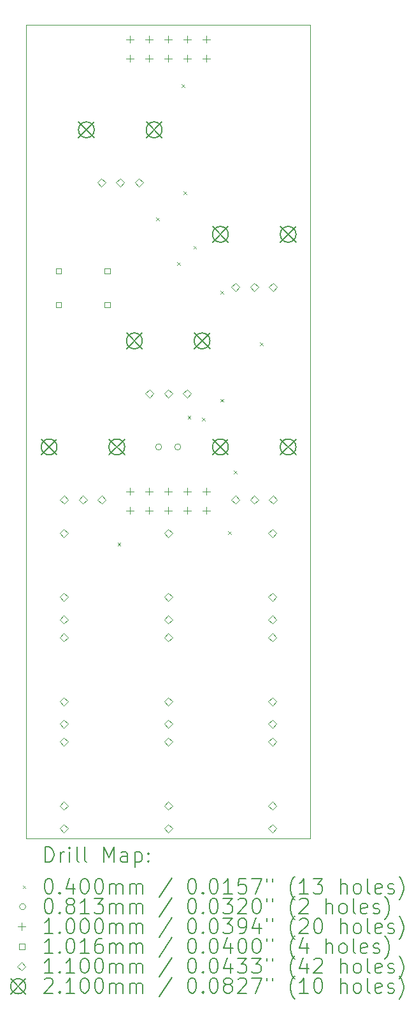
<source format=gbr>
%TF.GenerationSoftware,KiCad,Pcbnew,7.0.8*%
%TF.CreationDate,2024-02-25T17:46:06-05:00*%
%TF.ProjectId,lichen-bifocals-control-board,6c696368-656e-42d6-9269-666f63616c73,1.0*%
%TF.SameCoordinates,Original*%
%TF.FileFunction,Drillmap*%
%TF.FilePolarity,Positive*%
%FSLAX45Y45*%
G04 Gerber Fmt 4.5, Leading zero omitted, Abs format (unit mm)*
G04 Created by KiCad (PCBNEW 7.0.8) date 2024-02-25 17:46:06*
%MOMM*%
%LPD*%
G01*
G04 APERTURE LIST*
%ADD10C,0.100000*%
%ADD11C,0.200000*%
%ADD12C,0.040000*%
%ADD13C,0.081280*%
%ADD14C,0.101600*%
%ADD15C,0.110000*%
%ADD16C,0.210000*%
G04 APERTURE END LIST*
D10*
X10125000Y-11025000D02*
X13905000Y-11025000D01*
X13905000Y-21825000D01*
X10125000Y-21825000D01*
X10125000Y-11025000D01*
D11*
D12*
X11341000Y-17901000D02*
X11381000Y-17941000D01*
X11381000Y-17901000D02*
X11341000Y-17941000D01*
X11857000Y-13585000D02*
X11897000Y-13625000D01*
X11897000Y-13585000D02*
X11857000Y-13625000D01*
X12135000Y-14172000D02*
X12175000Y-14212000D01*
X12175000Y-14172000D02*
X12135000Y-14212000D01*
X12196000Y-11813000D02*
X12236000Y-11853000D01*
X12236000Y-11813000D02*
X12196000Y-11853000D01*
X12216000Y-13233000D02*
X12256000Y-13273000D01*
X12256000Y-13233000D02*
X12216000Y-13273000D01*
X12273000Y-16214000D02*
X12313000Y-16254000D01*
X12313000Y-16214000D02*
X12273000Y-16254000D01*
X12349000Y-13958000D02*
X12389000Y-13998000D01*
X12389000Y-13958000D02*
X12349000Y-13998000D01*
X12466000Y-16238000D02*
X12506000Y-16278000D01*
X12506000Y-16238000D02*
X12466000Y-16278000D01*
X12707000Y-14555000D02*
X12747000Y-14595000D01*
X12747000Y-14555000D02*
X12707000Y-14595000D01*
X12710000Y-15992000D02*
X12750000Y-16032000D01*
X12750000Y-15992000D02*
X12710000Y-16032000D01*
X12813000Y-17747000D02*
X12853000Y-17787000D01*
X12853000Y-17747000D02*
X12813000Y-17787000D01*
X12888000Y-16945000D02*
X12928000Y-16985000D01*
X12928000Y-16945000D02*
X12888000Y-16985000D01*
X13233000Y-15243000D02*
X13273000Y-15283000D01*
X13273000Y-15243000D02*
X13233000Y-15283000D01*
D13*
X11928640Y-16628400D02*
G75*
G03*
X11928640Y-16628400I-40640J0D01*
G01*
X12182640Y-16628400D02*
G75*
G03*
X12182640Y-16628400I-40640J0D01*
G01*
D10*
X11507000Y-11165000D02*
X11507000Y-11265000D01*
X11457000Y-11215000D02*
X11557000Y-11215000D01*
X11507000Y-11419000D02*
X11507000Y-11519000D01*
X11457000Y-11469000D02*
X11557000Y-11469000D01*
X11507000Y-17168000D02*
X11507000Y-17268000D01*
X11457000Y-17218000D02*
X11557000Y-17218000D01*
X11507000Y-17422000D02*
X11507000Y-17522000D01*
X11457000Y-17472000D02*
X11557000Y-17472000D01*
X11761000Y-11165000D02*
X11761000Y-11265000D01*
X11711000Y-11215000D02*
X11811000Y-11215000D01*
X11761000Y-11419000D02*
X11761000Y-11519000D01*
X11711000Y-11469000D02*
X11811000Y-11469000D01*
X11761000Y-17168000D02*
X11761000Y-17268000D01*
X11711000Y-17218000D02*
X11811000Y-17218000D01*
X11761000Y-17422000D02*
X11761000Y-17522000D01*
X11711000Y-17472000D02*
X11811000Y-17472000D01*
X12015000Y-11165000D02*
X12015000Y-11265000D01*
X11965000Y-11215000D02*
X12065000Y-11215000D01*
X12015000Y-11419000D02*
X12015000Y-11519000D01*
X11965000Y-11469000D02*
X12065000Y-11469000D01*
X12015000Y-17168000D02*
X12015000Y-17268000D01*
X11965000Y-17218000D02*
X12065000Y-17218000D01*
X12015000Y-17422000D02*
X12015000Y-17522000D01*
X11965000Y-17472000D02*
X12065000Y-17472000D01*
X12269000Y-11165000D02*
X12269000Y-11265000D01*
X12219000Y-11215000D02*
X12319000Y-11215000D01*
X12269000Y-11419000D02*
X12269000Y-11519000D01*
X12219000Y-11469000D02*
X12319000Y-11469000D01*
X12269000Y-17168000D02*
X12269000Y-17268000D01*
X12219000Y-17218000D02*
X12319000Y-17218000D01*
X12269000Y-17422000D02*
X12269000Y-17522000D01*
X12219000Y-17472000D02*
X12319000Y-17472000D01*
X12523000Y-11165000D02*
X12523000Y-11265000D01*
X12473000Y-11215000D02*
X12573000Y-11215000D01*
X12523000Y-11419000D02*
X12523000Y-11519000D01*
X12473000Y-11469000D02*
X12573000Y-11469000D01*
X12523000Y-17168000D02*
X12523000Y-17268000D01*
X12473000Y-17218000D02*
X12573000Y-17218000D01*
X12523000Y-17422000D02*
X12523000Y-17522000D01*
X12473000Y-17472000D02*
X12573000Y-17472000D01*
D14*
X10592401Y-14326861D02*
X10592401Y-14255019D01*
X10520559Y-14255019D01*
X10520559Y-14326861D01*
X10592401Y-14326861D01*
X10592401Y-14778981D02*
X10592401Y-14707139D01*
X10520559Y-14707139D01*
X10520559Y-14778981D01*
X10592401Y-14778981D01*
X11242641Y-14326861D02*
X11242641Y-14255019D01*
X11170799Y-14255019D01*
X11170799Y-14326861D01*
X11242641Y-14326861D01*
X11242641Y-14778981D02*
X11242641Y-14707139D01*
X11170799Y-14707139D01*
X11170799Y-14778981D01*
X11242641Y-14778981D01*
D15*
X10629700Y-17827300D02*
X10684700Y-17772300D01*
X10629700Y-17717300D01*
X10574700Y-17772300D01*
X10629700Y-17827300D01*
X10629700Y-18677300D02*
X10684700Y-18622300D01*
X10629700Y-18567300D01*
X10574700Y-18622300D01*
X10629700Y-18677300D01*
X10629700Y-18977300D02*
X10684700Y-18922300D01*
X10629700Y-18867300D01*
X10574700Y-18922300D01*
X10629700Y-18977300D01*
X10629700Y-19212700D02*
X10684700Y-19157700D01*
X10629700Y-19102700D01*
X10574700Y-19157700D01*
X10629700Y-19212700D01*
X10629700Y-20062700D02*
X10684700Y-20007700D01*
X10629700Y-19952700D01*
X10574700Y-20007700D01*
X10629700Y-20062700D01*
X10629700Y-20362700D02*
X10684700Y-20307700D01*
X10629700Y-20252700D01*
X10574700Y-20307700D01*
X10629700Y-20362700D01*
X10629700Y-20597900D02*
X10684700Y-20542900D01*
X10629700Y-20487900D01*
X10574700Y-20542900D01*
X10629700Y-20597900D01*
X10629700Y-21447900D02*
X10684700Y-21392900D01*
X10629700Y-21337900D01*
X10574700Y-21392900D01*
X10629700Y-21447900D01*
X10629700Y-21747900D02*
X10684700Y-21692900D01*
X10629700Y-21637900D01*
X10574700Y-21692900D01*
X10629700Y-21747900D01*
X10631600Y-17383400D02*
X10686600Y-17328400D01*
X10631600Y-17273400D01*
X10576600Y-17328400D01*
X10631600Y-17383400D01*
X10881600Y-17383400D02*
X10936600Y-17328400D01*
X10881600Y-17273400D01*
X10826600Y-17328400D01*
X10881600Y-17383400D01*
X11127200Y-13172600D02*
X11182200Y-13117600D01*
X11127200Y-13062600D01*
X11072200Y-13117600D01*
X11127200Y-13172600D01*
X11131600Y-17383400D02*
X11186600Y-17328400D01*
X11131600Y-17273400D01*
X11076600Y-17328400D01*
X11131600Y-17383400D01*
X11377200Y-13172600D02*
X11432200Y-13117600D01*
X11377200Y-13062600D01*
X11322200Y-13117600D01*
X11377200Y-13172600D01*
X11627200Y-13172600D02*
X11682200Y-13117600D01*
X11627200Y-13062600D01*
X11572200Y-13117600D01*
X11627200Y-13172600D01*
X11765000Y-15975300D02*
X11820000Y-15920300D01*
X11765000Y-15865300D01*
X11710000Y-15920300D01*
X11765000Y-15975300D01*
X12015000Y-15975300D02*
X12070000Y-15920300D01*
X12015000Y-15865300D01*
X11960000Y-15920300D01*
X12015000Y-15975300D01*
X12015000Y-17827300D02*
X12070000Y-17772300D01*
X12015000Y-17717300D01*
X11960000Y-17772300D01*
X12015000Y-17827300D01*
X12015000Y-18677300D02*
X12070000Y-18622300D01*
X12015000Y-18567300D01*
X11960000Y-18622300D01*
X12015000Y-18677300D01*
X12015000Y-18977300D02*
X12070000Y-18922300D01*
X12015000Y-18867300D01*
X11960000Y-18922300D01*
X12015000Y-18977300D01*
X12015000Y-19212700D02*
X12070000Y-19157700D01*
X12015000Y-19102700D01*
X11960000Y-19157700D01*
X12015000Y-19212700D01*
X12015000Y-20062700D02*
X12070000Y-20007700D01*
X12015000Y-19952700D01*
X11960000Y-20007700D01*
X12015000Y-20062700D01*
X12015000Y-20362700D02*
X12070000Y-20307700D01*
X12015000Y-20252700D01*
X11960000Y-20307700D01*
X12015000Y-20362700D01*
X12015000Y-20597900D02*
X12070000Y-20542900D01*
X12015000Y-20487900D01*
X11960000Y-20542900D01*
X12015000Y-20597900D01*
X12015000Y-21447900D02*
X12070000Y-21392900D01*
X12015000Y-21337900D01*
X11960000Y-21392900D01*
X12015000Y-21447900D01*
X12015000Y-21747900D02*
X12070000Y-21692900D01*
X12015000Y-21637900D01*
X11960000Y-21692900D01*
X12015000Y-21747900D01*
X12265000Y-15975300D02*
X12320000Y-15920300D01*
X12265000Y-15865300D01*
X12210000Y-15920300D01*
X12265000Y-15975300D01*
X12908700Y-14560700D02*
X12963700Y-14505700D01*
X12908700Y-14450700D01*
X12853700Y-14505700D01*
X12908700Y-14560700D01*
X12908700Y-17383400D02*
X12963700Y-17328400D01*
X12908700Y-17273400D01*
X12853700Y-17328400D01*
X12908700Y-17383400D01*
X13158700Y-14560700D02*
X13213700Y-14505700D01*
X13158700Y-14450700D01*
X13103700Y-14505700D01*
X13158700Y-14560700D01*
X13158700Y-17383400D02*
X13213700Y-17328400D01*
X13158700Y-17273400D01*
X13103700Y-17328400D01*
X13158700Y-17383400D01*
X13400400Y-17827300D02*
X13455400Y-17772300D01*
X13400400Y-17717300D01*
X13345400Y-17772300D01*
X13400400Y-17827300D01*
X13400400Y-18677300D02*
X13455400Y-18622300D01*
X13400400Y-18567300D01*
X13345400Y-18622300D01*
X13400400Y-18677300D01*
X13400400Y-18977300D02*
X13455400Y-18922300D01*
X13400400Y-18867300D01*
X13345400Y-18922300D01*
X13400400Y-18977300D01*
X13400400Y-19212700D02*
X13455400Y-19157700D01*
X13400400Y-19102700D01*
X13345400Y-19157700D01*
X13400400Y-19212700D01*
X13400400Y-20062700D02*
X13455400Y-20007700D01*
X13400400Y-19952700D01*
X13345400Y-20007700D01*
X13400400Y-20062700D01*
X13400400Y-20362700D02*
X13455400Y-20307700D01*
X13400400Y-20252700D01*
X13345400Y-20307700D01*
X13400400Y-20362700D01*
X13400400Y-20597900D02*
X13455400Y-20542900D01*
X13400400Y-20487900D01*
X13345400Y-20542900D01*
X13400400Y-20597900D01*
X13400400Y-21447900D02*
X13455400Y-21392900D01*
X13400400Y-21337900D01*
X13345400Y-21392900D01*
X13400400Y-21447900D01*
X13400400Y-21747900D02*
X13455400Y-21692900D01*
X13400400Y-21637900D01*
X13345400Y-21692900D01*
X13400400Y-21747900D01*
X13408700Y-14560700D02*
X13463700Y-14505700D01*
X13408700Y-14450700D01*
X13353700Y-14505700D01*
X13408700Y-14560700D01*
X13408700Y-17383400D02*
X13463700Y-17328400D01*
X13408700Y-17273400D01*
X13353700Y-17328400D01*
X13408700Y-17383400D01*
D16*
X10326600Y-16523400D02*
X10536600Y-16733400D01*
X10536600Y-16523400D02*
X10326600Y-16733400D01*
X10536600Y-16628400D02*
G75*
G03*
X10536600Y-16628400I-105000J0D01*
G01*
X10822200Y-12312600D02*
X11032200Y-12522600D01*
X11032200Y-12312600D02*
X10822200Y-12522600D01*
X11032200Y-12417600D02*
G75*
G03*
X11032200Y-12417600I-105000J0D01*
G01*
X11226600Y-16523400D02*
X11436600Y-16733400D01*
X11436600Y-16523400D02*
X11226600Y-16733400D01*
X11436600Y-16628400D02*
G75*
G03*
X11436600Y-16628400I-105000J0D01*
G01*
X11460000Y-15115300D02*
X11670000Y-15325300D01*
X11670000Y-15115300D02*
X11460000Y-15325300D01*
X11670000Y-15220300D02*
G75*
G03*
X11670000Y-15220300I-105000J0D01*
G01*
X11722200Y-12312600D02*
X11932200Y-12522600D01*
X11932200Y-12312600D02*
X11722200Y-12522600D01*
X11932200Y-12417600D02*
G75*
G03*
X11932200Y-12417600I-105000J0D01*
G01*
X12360000Y-15115300D02*
X12570000Y-15325300D01*
X12570000Y-15115300D02*
X12360000Y-15325300D01*
X12570000Y-15220300D02*
G75*
G03*
X12570000Y-15220300I-105000J0D01*
G01*
X12603700Y-13700700D02*
X12813700Y-13910700D01*
X12813700Y-13700700D02*
X12603700Y-13910700D01*
X12813700Y-13805700D02*
G75*
G03*
X12813700Y-13805700I-105000J0D01*
G01*
X12603700Y-16523400D02*
X12813700Y-16733400D01*
X12813700Y-16523400D02*
X12603700Y-16733400D01*
X12813700Y-16628400D02*
G75*
G03*
X12813700Y-16628400I-105000J0D01*
G01*
X13503700Y-13700700D02*
X13713700Y-13910700D01*
X13713700Y-13700700D02*
X13503700Y-13910700D01*
X13713700Y-13805700D02*
G75*
G03*
X13713700Y-13805700I-105000J0D01*
G01*
X13503700Y-16523400D02*
X13713700Y-16733400D01*
X13713700Y-16523400D02*
X13503700Y-16733400D01*
X13713700Y-16628400D02*
G75*
G03*
X13713700Y-16628400I-105000J0D01*
G01*
D11*
X10380777Y-22141484D02*
X10380777Y-21941484D01*
X10380777Y-21941484D02*
X10428396Y-21941484D01*
X10428396Y-21941484D02*
X10456967Y-21951008D01*
X10456967Y-21951008D02*
X10476015Y-21970055D01*
X10476015Y-21970055D02*
X10485539Y-21989103D01*
X10485539Y-21989103D02*
X10495063Y-22027198D01*
X10495063Y-22027198D02*
X10495063Y-22055770D01*
X10495063Y-22055770D02*
X10485539Y-22093865D01*
X10485539Y-22093865D02*
X10476015Y-22112912D01*
X10476015Y-22112912D02*
X10456967Y-22131960D01*
X10456967Y-22131960D02*
X10428396Y-22141484D01*
X10428396Y-22141484D02*
X10380777Y-22141484D01*
X10580777Y-22141484D02*
X10580777Y-22008150D01*
X10580777Y-22046246D02*
X10590301Y-22027198D01*
X10590301Y-22027198D02*
X10599824Y-22017674D01*
X10599824Y-22017674D02*
X10618872Y-22008150D01*
X10618872Y-22008150D02*
X10637920Y-22008150D01*
X10704586Y-22141484D02*
X10704586Y-22008150D01*
X10704586Y-21941484D02*
X10695063Y-21951008D01*
X10695063Y-21951008D02*
X10704586Y-21960531D01*
X10704586Y-21960531D02*
X10714110Y-21951008D01*
X10714110Y-21951008D02*
X10704586Y-21941484D01*
X10704586Y-21941484D02*
X10704586Y-21960531D01*
X10828396Y-22141484D02*
X10809348Y-22131960D01*
X10809348Y-22131960D02*
X10799824Y-22112912D01*
X10799824Y-22112912D02*
X10799824Y-21941484D01*
X10933158Y-22141484D02*
X10914110Y-22131960D01*
X10914110Y-22131960D02*
X10904586Y-22112912D01*
X10904586Y-22112912D02*
X10904586Y-21941484D01*
X11161729Y-22141484D02*
X11161729Y-21941484D01*
X11161729Y-21941484D02*
X11228396Y-22084341D01*
X11228396Y-22084341D02*
X11295062Y-21941484D01*
X11295062Y-21941484D02*
X11295062Y-22141484D01*
X11476015Y-22141484D02*
X11476015Y-22036722D01*
X11476015Y-22036722D02*
X11466491Y-22017674D01*
X11466491Y-22017674D02*
X11447443Y-22008150D01*
X11447443Y-22008150D02*
X11409348Y-22008150D01*
X11409348Y-22008150D02*
X11390301Y-22017674D01*
X11476015Y-22131960D02*
X11456967Y-22141484D01*
X11456967Y-22141484D02*
X11409348Y-22141484D01*
X11409348Y-22141484D02*
X11390301Y-22131960D01*
X11390301Y-22131960D02*
X11380777Y-22112912D01*
X11380777Y-22112912D02*
X11380777Y-22093865D01*
X11380777Y-22093865D02*
X11390301Y-22074817D01*
X11390301Y-22074817D02*
X11409348Y-22065293D01*
X11409348Y-22065293D02*
X11456967Y-22065293D01*
X11456967Y-22065293D02*
X11476015Y-22055770D01*
X11571253Y-22008150D02*
X11571253Y-22208150D01*
X11571253Y-22017674D02*
X11590301Y-22008150D01*
X11590301Y-22008150D02*
X11628396Y-22008150D01*
X11628396Y-22008150D02*
X11647443Y-22017674D01*
X11647443Y-22017674D02*
X11656967Y-22027198D01*
X11656967Y-22027198D02*
X11666491Y-22046246D01*
X11666491Y-22046246D02*
X11666491Y-22103389D01*
X11666491Y-22103389D02*
X11656967Y-22122436D01*
X11656967Y-22122436D02*
X11647443Y-22131960D01*
X11647443Y-22131960D02*
X11628396Y-22141484D01*
X11628396Y-22141484D02*
X11590301Y-22141484D01*
X11590301Y-22141484D02*
X11571253Y-22131960D01*
X11752205Y-22122436D02*
X11761729Y-22131960D01*
X11761729Y-22131960D02*
X11752205Y-22141484D01*
X11752205Y-22141484D02*
X11742682Y-22131960D01*
X11742682Y-22131960D02*
X11752205Y-22122436D01*
X11752205Y-22122436D02*
X11752205Y-22141484D01*
X11752205Y-22017674D02*
X11761729Y-22027198D01*
X11761729Y-22027198D02*
X11752205Y-22036722D01*
X11752205Y-22036722D02*
X11742682Y-22027198D01*
X11742682Y-22027198D02*
X11752205Y-22017674D01*
X11752205Y-22017674D02*
X11752205Y-22036722D01*
D12*
X10080000Y-22450000D02*
X10120000Y-22490000D01*
X10120000Y-22450000D02*
X10080000Y-22490000D01*
D11*
X10418872Y-22361484D02*
X10437920Y-22361484D01*
X10437920Y-22361484D02*
X10456967Y-22371008D01*
X10456967Y-22371008D02*
X10466491Y-22380531D01*
X10466491Y-22380531D02*
X10476015Y-22399579D01*
X10476015Y-22399579D02*
X10485539Y-22437674D01*
X10485539Y-22437674D02*
X10485539Y-22485293D01*
X10485539Y-22485293D02*
X10476015Y-22523388D01*
X10476015Y-22523388D02*
X10466491Y-22542436D01*
X10466491Y-22542436D02*
X10456967Y-22551960D01*
X10456967Y-22551960D02*
X10437920Y-22561484D01*
X10437920Y-22561484D02*
X10418872Y-22561484D01*
X10418872Y-22561484D02*
X10399824Y-22551960D01*
X10399824Y-22551960D02*
X10390301Y-22542436D01*
X10390301Y-22542436D02*
X10380777Y-22523388D01*
X10380777Y-22523388D02*
X10371253Y-22485293D01*
X10371253Y-22485293D02*
X10371253Y-22437674D01*
X10371253Y-22437674D02*
X10380777Y-22399579D01*
X10380777Y-22399579D02*
X10390301Y-22380531D01*
X10390301Y-22380531D02*
X10399824Y-22371008D01*
X10399824Y-22371008D02*
X10418872Y-22361484D01*
X10571253Y-22542436D02*
X10580777Y-22551960D01*
X10580777Y-22551960D02*
X10571253Y-22561484D01*
X10571253Y-22561484D02*
X10561729Y-22551960D01*
X10561729Y-22551960D02*
X10571253Y-22542436D01*
X10571253Y-22542436D02*
X10571253Y-22561484D01*
X10752205Y-22428150D02*
X10752205Y-22561484D01*
X10704586Y-22351960D02*
X10656967Y-22494817D01*
X10656967Y-22494817D02*
X10780777Y-22494817D01*
X10895063Y-22361484D02*
X10914110Y-22361484D01*
X10914110Y-22361484D02*
X10933158Y-22371008D01*
X10933158Y-22371008D02*
X10942682Y-22380531D01*
X10942682Y-22380531D02*
X10952205Y-22399579D01*
X10952205Y-22399579D02*
X10961729Y-22437674D01*
X10961729Y-22437674D02*
X10961729Y-22485293D01*
X10961729Y-22485293D02*
X10952205Y-22523388D01*
X10952205Y-22523388D02*
X10942682Y-22542436D01*
X10942682Y-22542436D02*
X10933158Y-22551960D01*
X10933158Y-22551960D02*
X10914110Y-22561484D01*
X10914110Y-22561484D02*
X10895063Y-22561484D01*
X10895063Y-22561484D02*
X10876015Y-22551960D01*
X10876015Y-22551960D02*
X10866491Y-22542436D01*
X10866491Y-22542436D02*
X10856967Y-22523388D01*
X10856967Y-22523388D02*
X10847444Y-22485293D01*
X10847444Y-22485293D02*
X10847444Y-22437674D01*
X10847444Y-22437674D02*
X10856967Y-22399579D01*
X10856967Y-22399579D02*
X10866491Y-22380531D01*
X10866491Y-22380531D02*
X10876015Y-22371008D01*
X10876015Y-22371008D02*
X10895063Y-22361484D01*
X11085539Y-22361484D02*
X11104586Y-22361484D01*
X11104586Y-22361484D02*
X11123634Y-22371008D01*
X11123634Y-22371008D02*
X11133158Y-22380531D01*
X11133158Y-22380531D02*
X11142682Y-22399579D01*
X11142682Y-22399579D02*
X11152205Y-22437674D01*
X11152205Y-22437674D02*
X11152205Y-22485293D01*
X11152205Y-22485293D02*
X11142682Y-22523388D01*
X11142682Y-22523388D02*
X11133158Y-22542436D01*
X11133158Y-22542436D02*
X11123634Y-22551960D01*
X11123634Y-22551960D02*
X11104586Y-22561484D01*
X11104586Y-22561484D02*
X11085539Y-22561484D01*
X11085539Y-22561484D02*
X11066491Y-22551960D01*
X11066491Y-22551960D02*
X11056967Y-22542436D01*
X11056967Y-22542436D02*
X11047444Y-22523388D01*
X11047444Y-22523388D02*
X11037920Y-22485293D01*
X11037920Y-22485293D02*
X11037920Y-22437674D01*
X11037920Y-22437674D02*
X11047444Y-22399579D01*
X11047444Y-22399579D02*
X11056967Y-22380531D01*
X11056967Y-22380531D02*
X11066491Y-22371008D01*
X11066491Y-22371008D02*
X11085539Y-22361484D01*
X11237920Y-22561484D02*
X11237920Y-22428150D01*
X11237920Y-22447198D02*
X11247443Y-22437674D01*
X11247443Y-22437674D02*
X11266491Y-22428150D01*
X11266491Y-22428150D02*
X11295063Y-22428150D01*
X11295063Y-22428150D02*
X11314110Y-22437674D01*
X11314110Y-22437674D02*
X11323634Y-22456722D01*
X11323634Y-22456722D02*
X11323634Y-22561484D01*
X11323634Y-22456722D02*
X11333158Y-22437674D01*
X11333158Y-22437674D02*
X11352205Y-22428150D01*
X11352205Y-22428150D02*
X11380777Y-22428150D01*
X11380777Y-22428150D02*
X11399824Y-22437674D01*
X11399824Y-22437674D02*
X11409348Y-22456722D01*
X11409348Y-22456722D02*
X11409348Y-22561484D01*
X11504586Y-22561484D02*
X11504586Y-22428150D01*
X11504586Y-22447198D02*
X11514110Y-22437674D01*
X11514110Y-22437674D02*
X11533158Y-22428150D01*
X11533158Y-22428150D02*
X11561729Y-22428150D01*
X11561729Y-22428150D02*
X11580777Y-22437674D01*
X11580777Y-22437674D02*
X11590301Y-22456722D01*
X11590301Y-22456722D02*
X11590301Y-22561484D01*
X11590301Y-22456722D02*
X11599824Y-22437674D01*
X11599824Y-22437674D02*
X11618872Y-22428150D01*
X11618872Y-22428150D02*
X11647443Y-22428150D01*
X11647443Y-22428150D02*
X11666491Y-22437674D01*
X11666491Y-22437674D02*
X11676015Y-22456722D01*
X11676015Y-22456722D02*
X11676015Y-22561484D01*
X12066491Y-22351960D02*
X11895063Y-22609103D01*
X12323634Y-22361484D02*
X12342682Y-22361484D01*
X12342682Y-22361484D02*
X12361729Y-22371008D01*
X12361729Y-22371008D02*
X12371253Y-22380531D01*
X12371253Y-22380531D02*
X12380777Y-22399579D01*
X12380777Y-22399579D02*
X12390301Y-22437674D01*
X12390301Y-22437674D02*
X12390301Y-22485293D01*
X12390301Y-22485293D02*
X12380777Y-22523388D01*
X12380777Y-22523388D02*
X12371253Y-22542436D01*
X12371253Y-22542436D02*
X12361729Y-22551960D01*
X12361729Y-22551960D02*
X12342682Y-22561484D01*
X12342682Y-22561484D02*
X12323634Y-22561484D01*
X12323634Y-22561484D02*
X12304586Y-22551960D01*
X12304586Y-22551960D02*
X12295063Y-22542436D01*
X12295063Y-22542436D02*
X12285539Y-22523388D01*
X12285539Y-22523388D02*
X12276015Y-22485293D01*
X12276015Y-22485293D02*
X12276015Y-22437674D01*
X12276015Y-22437674D02*
X12285539Y-22399579D01*
X12285539Y-22399579D02*
X12295063Y-22380531D01*
X12295063Y-22380531D02*
X12304586Y-22371008D01*
X12304586Y-22371008D02*
X12323634Y-22361484D01*
X12476015Y-22542436D02*
X12485539Y-22551960D01*
X12485539Y-22551960D02*
X12476015Y-22561484D01*
X12476015Y-22561484D02*
X12466491Y-22551960D01*
X12466491Y-22551960D02*
X12476015Y-22542436D01*
X12476015Y-22542436D02*
X12476015Y-22561484D01*
X12609348Y-22361484D02*
X12628396Y-22361484D01*
X12628396Y-22361484D02*
X12647444Y-22371008D01*
X12647444Y-22371008D02*
X12656967Y-22380531D01*
X12656967Y-22380531D02*
X12666491Y-22399579D01*
X12666491Y-22399579D02*
X12676015Y-22437674D01*
X12676015Y-22437674D02*
X12676015Y-22485293D01*
X12676015Y-22485293D02*
X12666491Y-22523388D01*
X12666491Y-22523388D02*
X12656967Y-22542436D01*
X12656967Y-22542436D02*
X12647444Y-22551960D01*
X12647444Y-22551960D02*
X12628396Y-22561484D01*
X12628396Y-22561484D02*
X12609348Y-22561484D01*
X12609348Y-22561484D02*
X12590301Y-22551960D01*
X12590301Y-22551960D02*
X12580777Y-22542436D01*
X12580777Y-22542436D02*
X12571253Y-22523388D01*
X12571253Y-22523388D02*
X12561729Y-22485293D01*
X12561729Y-22485293D02*
X12561729Y-22437674D01*
X12561729Y-22437674D02*
X12571253Y-22399579D01*
X12571253Y-22399579D02*
X12580777Y-22380531D01*
X12580777Y-22380531D02*
X12590301Y-22371008D01*
X12590301Y-22371008D02*
X12609348Y-22361484D01*
X12866491Y-22561484D02*
X12752206Y-22561484D01*
X12809348Y-22561484D02*
X12809348Y-22361484D01*
X12809348Y-22361484D02*
X12790301Y-22390055D01*
X12790301Y-22390055D02*
X12771253Y-22409103D01*
X12771253Y-22409103D02*
X12752206Y-22418627D01*
X13047444Y-22361484D02*
X12952206Y-22361484D01*
X12952206Y-22361484D02*
X12942682Y-22456722D01*
X12942682Y-22456722D02*
X12952206Y-22447198D01*
X12952206Y-22447198D02*
X12971253Y-22437674D01*
X12971253Y-22437674D02*
X13018872Y-22437674D01*
X13018872Y-22437674D02*
X13037920Y-22447198D01*
X13037920Y-22447198D02*
X13047444Y-22456722D01*
X13047444Y-22456722D02*
X13056967Y-22475769D01*
X13056967Y-22475769D02*
X13056967Y-22523388D01*
X13056967Y-22523388D02*
X13047444Y-22542436D01*
X13047444Y-22542436D02*
X13037920Y-22551960D01*
X13037920Y-22551960D02*
X13018872Y-22561484D01*
X13018872Y-22561484D02*
X12971253Y-22561484D01*
X12971253Y-22561484D02*
X12952206Y-22551960D01*
X12952206Y-22551960D02*
X12942682Y-22542436D01*
X13123634Y-22361484D02*
X13256967Y-22361484D01*
X13256967Y-22361484D02*
X13171253Y-22561484D01*
X13323634Y-22361484D02*
X13323634Y-22399579D01*
X13399825Y-22361484D02*
X13399825Y-22399579D01*
X13695063Y-22637674D02*
X13685539Y-22628150D01*
X13685539Y-22628150D02*
X13666491Y-22599579D01*
X13666491Y-22599579D02*
X13656968Y-22580531D01*
X13656968Y-22580531D02*
X13647444Y-22551960D01*
X13647444Y-22551960D02*
X13637920Y-22504341D01*
X13637920Y-22504341D02*
X13637920Y-22466246D01*
X13637920Y-22466246D02*
X13647444Y-22418627D01*
X13647444Y-22418627D02*
X13656968Y-22390055D01*
X13656968Y-22390055D02*
X13666491Y-22371008D01*
X13666491Y-22371008D02*
X13685539Y-22342436D01*
X13685539Y-22342436D02*
X13695063Y-22332912D01*
X13876015Y-22561484D02*
X13761729Y-22561484D01*
X13818872Y-22561484D02*
X13818872Y-22361484D01*
X13818872Y-22361484D02*
X13799825Y-22390055D01*
X13799825Y-22390055D02*
X13780777Y-22409103D01*
X13780777Y-22409103D02*
X13761729Y-22418627D01*
X13942682Y-22361484D02*
X14066491Y-22361484D01*
X14066491Y-22361484D02*
X13999825Y-22437674D01*
X13999825Y-22437674D02*
X14028396Y-22437674D01*
X14028396Y-22437674D02*
X14047444Y-22447198D01*
X14047444Y-22447198D02*
X14056968Y-22456722D01*
X14056968Y-22456722D02*
X14066491Y-22475769D01*
X14066491Y-22475769D02*
X14066491Y-22523388D01*
X14066491Y-22523388D02*
X14056968Y-22542436D01*
X14056968Y-22542436D02*
X14047444Y-22551960D01*
X14047444Y-22551960D02*
X14028396Y-22561484D01*
X14028396Y-22561484D02*
X13971253Y-22561484D01*
X13971253Y-22561484D02*
X13952206Y-22551960D01*
X13952206Y-22551960D02*
X13942682Y-22542436D01*
X14304587Y-22561484D02*
X14304587Y-22361484D01*
X14390301Y-22561484D02*
X14390301Y-22456722D01*
X14390301Y-22456722D02*
X14380777Y-22437674D01*
X14380777Y-22437674D02*
X14361730Y-22428150D01*
X14361730Y-22428150D02*
X14333158Y-22428150D01*
X14333158Y-22428150D02*
X14314110Y-22437674D01*
X14314110Y-22437674D02*
X14304587Y-22447198D01*
X14514110Y-22561484D02*
X14495063Y-22551960D01*
X14495063Y-22551960D02*
X14485539Y-22542436D01*
X14485539Y-22542436D02*
X14476015Y-22523388D01*
X14476015Y-22523388D02*
X14476015Y-22466246D01*
X14476015Y-22466246D02*
X14485539Y-22447198D01*
X14485539Y-22447198D02*
X14495063Y-22437674D01*
X14495063Y-22437674D02*
X14514110Y-22428150D01*
X14514110Y-22428150D02*
X14542682Y-22428150D01*
X14542682Y-22428150D02*
X14561730Y-22437674D01*
X14561730Y-22437674D02*
X14571253Y-22447198D01*
X14571253Y-22447198D02*
X14580777Y-22466246D01*
X14580777Y-22466246D02*
X14580777Y-22523388D01*
X14580777Y-22523388D02*
X14571253Y-22542436D01*
X14571253Y-22542436D02*
X14561730Y-22551960D01*
X14561730Y-22551960D02*
X14542682Y-22561484D01*
X14542682Y-22561484D02*
X14514110Y-22561484D01*
X14695063Y-22561484D02*
X14676015Y-22551960D01*
X14676015Y-22551960D02*
X14666491Y-22532912D01*
X14666491Y-22532912D02*
X14666491Y-22361484D01*
X14847444Y-22551960D02*
X14828396Y-22561484D01*
X14828396Y-22561484D02*
X14790301Y-22561484D01*
X14790301Y-22561484D02*
X14771253Y-22551960D01*
X14771253Y-22551960D02*
X14761730Y-22532912D01*
X14761730Y-22532912D02*
X14761730Y-22456722D01*
X14761730Y-22456722D02*
X14771253Y-22437674D01*
X14771253Y-22437674D02*
X14790301Y-22428150D01*
X14790301Y-22428150D02*
X14828396Y-22428150D01*
X14828396Y-22428150D02*
X14847444Y-22437674D01*
X14847444Y-22437674D02*
X14856968Y-22456722D01*
X14856968Y-22456722D02*
X14856968Y-22475769D01*
X14856968Y-22475769D02*
X14761730Y-22494817D01*
X14933158Y-22551960D02*
X14952206Y-22561484D01*
X14952206Y-22561484D02*
X14990301Y-22561484D01*
X14990301Y-22561484D02*
X15009349Y-22551960D01*
X15009349Y-22551960D02*
X15018872Y-22532912D01*
X15018872Y-22532912D02*
X15018872Y-22523388D01*
X15018872Y-22523388D02*
X15009349Y-22504341D01*
X15009349Y-22504341D02*
X14990301Y-22494817D01*
X14990301Y-22494817D02*
X14961730Y-22494817D01*
X14961730Y-22494817D02*
X14942682Y-22485293D01*
X14942682Y-22485293D02*
X14933158Y-22466246D01*
X14933158Y-22466246D02*
X14933158Y-22456722D01*
X14933158Y-22456722D02*
X14942682Y-22437674D01*
X14942682Y-22437674D02*
X14961730Y-22428150D01*
X14961730Y-22428150D02*
X14990301Y-22428150D01*
X14990301Y-22428150D02*
X15009349Y-22437674D01*
X15085539Y-22637674D02*
X15095063Y-22628150D01*
X15095063Y-22628150D02*
X15114111Y-22599579D01*
X15114111Y-22599579D02*
X15123634Y-22580531D01*
X15123634Y-22580531D02*
X15133158Y-22551960D01*
X15133158Y-22551960D02*
X15142682Y-22504341D01*
X15142682Y-22504341D02*
X15142682Y-22466246D01*
X15142682Y-22466246D02*
X15133158Y-22418627D01*
X15133158Y-22418627D02*
X15123634Y-22390055D01*
X15123634Y-22390055D02*
X15114111Y-22371008D01*
X15114111Y-22371008D02*
X15095063Y-22342436D01*
X15095063Y-22342436D02*
X15085539Y-22332912D01*
D13*
X10120000Y-22734000D02*
G75*
G03*
X10120000Y-22734000I-40640J0D01*
G01*
D11*
X10418872Y-22625484D02*
X10437920Y-22625484D01*
X10437920Y-22625484D02*
X10456967Y-22635008D01*
X10456967Y-22635008D02*
X10466491Y-22644531D01*
X10466491Y-22644531D02*
X10476015Y-22663579D01*
X10476015Y-22663579D02*
X10485539Y-22701674D01*
X10485539Y-22701674D02*
X10485539Y-22749293D01*
X10485539Y-22749293D02*
X10476015Y-22787388D01*
X10476015Y-22787388D02*
X10466491Y-22806436D01*
X10466491Y-22806436D02*
X10456967Y-22815960D01*
X10456967Y-22815960D02*
X10437920Y-22825484D01*
X10437920Y-22825484D02*
X10418872Y-22825484D01*
X10418872Y-22825484D02*
X10399824Y-22815960D01*
X10399824Y-22815960D02*
X10390301Y-22806436D01*
X10390301Y-22806436D02*
X10380777Y-22787388D01*
X10380777Y-22787388D02*
X10371253Y-22749293D01*
X10371253Y-22749293D02*
X10371253Y-22701674D01*
X10371253Y-22701674D02*
X10380777Y-22663579D01*
X10380777Y-22663579D02*
X10390301Y-22644531D01*
X10390301Y-22644531D02*
X10399824Y-22635008D01*
X10399824Y-22635008D02*
X10418872Y-22625484D01*
X10571253Y-22806436D02*
X10580777Y-22815960D01*
X10580777Y-22815960D02*
X10571253Y-22825484D01*
X10571253Y-22825484D02*
X10561729Y-22815960D01*
X10561729Y-22815960D02*
X10571253Y-22806436D01*
X10571253Y-22806436D02*
X10571253Y-22825484D01*
X10695063Y-22711198D02*
X10676015Y-22701674D01*
X10676015Y-22701674D02*
X10666491Y-22692150D01*
X10666491Y-22692150D02*
X10656967Y-22673103D01*
X10656967Y-22673103D02*
X10656967Y-22663579D01*
X10656967Y-22663579D02*
X10666491Y-22644531D01*
X10666491Y-22644531D02*
X10676015Y-22635008D01*
X10676015Y-22635008D02*
X10695063Y-22625484D01*
X10695063Y-22625484D02*
X10733158Y-22625484D01*
X10733158Y-22625484D02*
X10752205Y-22635008D01*
X10752205Y-22635008D02*
X10761729Y-22644531D01*
X10761729Y-22644531D02*
X10771253Y-22663579D01*
X10771253Y-22663579D02*
X10771253Y-22673103D01*
X10771253Y-22673103D02*
X10761729Y-22692150D01*
X10761729Y-22692150D02*
X10752205Y-22701674D01*
X10752205Y-22701674D02*
X10733158Y-22711198D01*
X10733158Y-22711198D02*
X10695063Y-22711198D01*
X10695063Y-22711198D02*
X10676015Y-22720722D01*
X10676015Y-22720722D02*
X10666491Y-22730246D01*
X10666491Y-22730246D02*
X10656967Y-22749293D01*
X10656967Y-22749293D02*
X10656967Y-22787388D01*
X10656967Y-22787388D02*
X10666491Y-22806436D01*
X10666491Y-22806436D02*
X10676015Y-22815960D01*
X10676015Y-22815960D02*
X10695063Y-22825484D01*
X10695063Y-22825484D02*
X10733158Y-22825484D01*
X10733158Y-22825484D02*
X10752205Y-22815960D01*
X10752205Y-22815960D02*
X10761729Y-22806436D01*
X10761729Y-22806436D02*
X10771253Y-22787388D01*
X10771253Y-22787388D02*
X10771253Y-22749293D01*
X10771253Y-22749293D02*
X10761729Y-22730246D01*
X10761729Y-22730246D02*
X10752205Y-22720722D01*
X10752205Y-22720722D02*
X10733158Y-22711198D01*
X10961729Y-22825484D02*
X10847444Y-22825484D01*
X10904586Y-22825484D02*
X10904586Y-22625484D01*
X10904586Y-22625484D02*
X10885539Y-22654055D01*
X10885539Y-22654055D02*
X10866491Y-22673103D01*
X10866491Y-22673103D02*
X10847444Y-22682627D01*
X11028396Y-22625484D02*
X11152205Y-22625484D01*
X11152205Y-22625484D02*
X11085539Y-22701674D01*
X11085539Y-22701674D02*
X11114110Y-22701674D01*
X11114110Y-22701674D02*
X11133158Y-22711198D01*
X11133158Y-22711198D02*
X11142682Y-22720722D01*
X11142682Y-22720722D02*
X11152205Y-22739769D01*
X11152205Y-22739769D02*
X11152205Y-22787388D01*
X11152205Y-22787388D02*
X11142682Y-22806436D01*
X11142682Y-22806436D02*
X11133158Y-22815960D01*
X11133158Y-22815960D02*
X11114110Y-22825484D01*
X11114110Y-22825484D02*
X11056967Y-22825484D01*
X11056967Y-22825484D02*
X11037920Y-22815960D01*
X11037920Y-22815960D02*
X11028396Y-22806436D01*
X11237920Y-22825484D02*
X11237920Y-22692150D01*
X11237920Y-22711198D02*
X11247443Y-22701674D01*
X11247443Y-22701674D02*
X11266491Y-22692150D01*
X11266491Y-22692150D02*
X11295063Y-22692150D01*
X11295063Y-22692150D02*
X11314110Y-22701674D01*
X11314110Y-22701674D02*
X11323634Y-22720722D01*
X11323634Y-22720722D02*
X11323634Y-22825484D01*
X11323634Y-22720722D02*
X11333158Y-22701674D01*
X11333158Y-22701674D02*
X11352205Y-22692150D01*
X11352205Y-22692150D02*
X11380777Y-22692150D01*
X11380777Y-22692150D02*
X11399824Y-22701674D01*
X11399824Y-22701674D02*
X11409348Y-22720722D01*
X11409348Y-22720722D02*
X11409348Y-22825484D01*
X11504586Y-22825484D02*
X11504586Y-22692150D01*
X11504586Y-22711198D02*
X11514110Y-22701674D01*
X11514110Y-22701674D02*
X11533158Y-22692150D01*
X11533158Y-22692150D02*
X11561729Y-22692150D01*
X11561729Y-22692150D02*
X11580777Y-22701674D01*
X11580777Y-22701674D02*
X11590301Y-22720722D01*
X11590301Y-22720722D02*
X11590301Y-22825484D01*
X11590301Y-22720722D02*
X11599824Y-22701674D01*
X11599824Y-22701674D02*
X11618872Y-22692150D01*
X11618872Y-22692150D02*
X11647443Y-22692150D01*
X11647443Y-22692150D02*
X11666491Y-22701674D01*
X11666491Y-22701674D02*
X11676015Y-22720722D01*
X11676015Y-22720722D02*
X11676015Y-22825484D01*
X12066491Y-22615960D02*
X11895063Y-22873103D01*
X12323634Y-22625484D02*
X12342682Y-22625484D01*
X12342682Y-22625484D02*
X12361729Y-22635008D01*
X12361729Y-22635008D02*
X12371253Y-22644531D01*
X12371253Y-22644531D02*
X12380777Y-22663579D01*
X12380777Y-22663579D02*
X12390301Y-22701674D01*
X12390301Y-22701674D02*
X12390301Y-22749293D01*
X12390301Y-22749293D02*
X12380777Y-22787388D01*
X12380777Y-22787388D02*
X12371253Y-22806436D01*
X12371253Y-22806436D02*
X12361729Y-22815960D01*
X12361729Y-22815960D02*
X12342682Y-22825484D01*
X12342682Y-22825484D02*
X12323634Y-22825484D01*
X12323634Y-22825484D02*
X12304586Y-22815960D01*
X12304586Y-22815960D02*
X12295063Y-22806436D01*
X12295063Y-22806436D02*
X12285539Y-22787388D01*
X12285539Y-22787388D02*
X12276015Y-22749293D01*
X12276015Y-22749293D02*
X12276015Y-22701674D01*
X12276015Y-22701674D02*
X12285539Y-22663579D01*
X12285539Y-22663579D02*
X12295063Y-22644531D01*
X12295063Y-22644531D02*
X12304586Y-22635008D01*
X12304586Y-22635008D02*
X12323634Y-22625484D01*
X12476015Y-22806436D02*
X12485539Y-22815960D01*
X12485539Y-22815960D02*
X12476015Y-22825484D01*
X12476015Y-22825484D02*
X12466491Y-22815960D01*
X12466491Y-22815960D02*
X12476015Y-22806436D01*
X12476015Y-22806436D02*
X12476015Y-22825484D01*
X12609348Y-22625484D02*
X12628396Y-22625484D01*
X12628396Y-22625484D02*
X12647444Y-22635008D01*
X12647444Y-22635008D02*
X12656967Y-22644531D01*
X12656967Y-22644531D02*
X12666491Y-22663579D01*
X12666491Y-22663579D02*
X12676015Y-22701674D01*
X12676015Y-22701674D02*
X12676015Y-22749293D01*
X12676015Y-22749293D02*
X12666491Y-22787388D01*
X12666491Y-22787388D02*
X12656967Y-22806436D01*
X12656967Y-22806436D02*
X12647444Y-22815960D01*
X12647444Y-22815960D02*
X12628396Y-22825484D01*
X12628396Y-22825484D02*
X12609348Y-22825484D01*
X12609348Y-22825484D02*
X12590301Y-22815960D01*
X12590301Y-22815960D02*
X12580777Y-22806436D01*
X12580777Y-22806436D02*
X12571253Y-22787388D01*
X12571253Y-22787388D02*
X12561729Y-22749293D01*
X12561729Y-22749293D02*
X12561729Y-22701674D01*
X12561729Y-22701674D02*
X12571253Y-22663579D01*
X12571253Y-22663579D02*
X12580777Y-22644531D01*
X12580777Y-22644531D02*
X12590301Y-22635008D01*
X12590301Y-22635008D02*
X12609348Y-22625484D01*
X12742682Y-22625484D02*
X12866491Y-22625484D01*
X12866491Y-22625484D02*
X12799825Y-22701674D01*
X12799825Y-22701674D02*
X12828396Y-22701674D01*
X12828396Y-22701674D02*
X12847444Y-22711198D01*
X12847444Y-22711198D02*
X12856967Y-22720722D01*
X12856967Y-22720722D02*
X12866491Y-22739769D01*
X12866491Y-22739769D02*
X12866491Y-22787388D01*
X12866491Y-22787388D02*
X12856967Y-22806436D01*
X12856967Y-22806436D02*
X12847444Y-22815960D01*
X12847444Y-22815960D02*
X12828396Y-22825484D01*
X12828396Y-22825484D02*
X12771253Y-22825484D01*
X12771253Y-22825484D02*
X12752206Y-22815960D01*
X12752206Y-22815960D02*
X12742682Y-22806436D01*
X12942682Y-22644531D02*
X12952206Y-22635008D01*
X12952206Y-22635008D02*
X12971253Y-22625484D01*
X12971253Y-22625484D02*
X13018872Y-22625484D01*
X13018872Y-22625484D02*
X13037920Y-22635008D01*
X13037920Y-22635008D02*
X13047444Y-22644531D01*
X13047444Y-22644531D02*
X13056967Y-22663579D01*
X13056967Y-22663579D02*
X13056967Y-22682627D01*
X13056967Y-22682627D02*
X13047444Y-22711198D01*
X13047444Y-22711198D02*
X12933158Y-22825484D01*
X12933158Y-22825484D02*
X13056967Y-22825484D01*
X13180777Y-22625484D02*
X13199825Y-22625484D01*
X13199825Y-22625484D02*
X13218872Y-22635008D01*
X13218872Y-22635008D02*
X13228396Y-22644531D01*
X13228396Y-22644531D02*
X13237920Y-22663579D01*
X13237920Y-22663579D02*
X13247444Y-22701674D01*
X13247444Y-22701674D02*
X13247444Y-22749293D01*
X13247444Y-22749293D02*
X13237920Y-22787388D01*
X13237920Y-22787388D02*
X13228396Y-22806436D01*
X13228396Y-22806436D02*
X13218872Y-22815960D01*
X13218872Y-22815960D02*
X13199825Y-22825484D01*
X13199825Y-22825484D02*
X13180777Y-22825484D01*
X13180777Y-22825484D02*
X13161729Y-22815960D01*
X13161729Y-22815960D02*
X13152206Y-22806436D01*
X13152206Y-22806436D02*
X13142682Y-22787388D01*
X13142682Y-22787388D02*
X13133158Y-22749293D01*
X13133158Y-22749293D02*
X13133158Y-22701674D01*
X13133158Y-22701674D02*
X13142682Y-22663579D01*
X13142682Y-22663579D02*
X13152206Y-22644531D01*
X13152206Y-22644531D02*
X13161729Y-22635008D01*
X13161729Y-22635008D02*
X13180777Y-22625484D01*
X13323634Y-22625484D02*
X13323634Y-22663579D01*
X13399825Y-22625484D02*
X13399825Y-22663579D01*
X13695063Y-22901674D02*
X13685539Y-22892150D01*
X13685539Y-22892150D02*
X13666491Y-22863579D01*
X13666491Y-22863579D02*
X13656968Y-22844531D01*
X13656968Y-22844531D02*
X13647444Y-22815960D01*
X13647444Y-22815960D02*
X13637920Y-22768341D01*
X13637920Y-22768341D02*
X13637920Y-22730246D01*
X13637920Y-22730246D02*
X13647444Y-22682627D01*
X13647444Y-22682627D02*
X13656968Y-22654055D01*
X13656968Y-22654055D02*
X13666491Y-22635008D01*
X13666491Y-22635008D02*
X13685539Y-22606436D01*
X13685539Y-22606436D02*
X13695063Y-22596912D01*
X13761729Y-22644531D02*
X13771253Y-22635008D01*
X13771253Y-22635008D02*
X13790301Y-22625484D01*
X13790301Y-22625484D02*
X13837920Y-22625484D01*
X13837920Y-22625484D02*
X13856968Y-22635008D01*
X13856968Y-22635008D02*
X13866491Y-22644531D01*
X13866491Y-22644531D02*
X13876015Y-22663579D01*
X13876015Y-22663579D02*
X13876015Y-22682627D01*
X13876015Y-22682627D02*
X13866491Y-22711198D01*
X13866491Y-22711198D02*
X13752206Y-22825484D01*
X13752206Y-22825484D02*
X13876015Y-22825484D01*
X14114110Y-22825484D02*
X14114110Y-22625484D01*
X14199825Y-22825484D02*
X14199825Y-22720722D01*
X14199825Y-22720722D02*
X14190301Y-22701674D01*
X14190301Y-22701674D02*
X14171253Y-22692150D01*
X14171253Y-22692150D02*
X14142682Y-22692150D01*
X14142682Y-22692150D02*
X14123634Y-22701674D01*
X14123634Y-22701674D02*
X14114110Y-22711198D01*
X14323634Y-22825484D02*
X14304587Y-22815960D01*
X14304587Y-22815960D02*
X14295063Y-22806436D01*
X14295063Y-22806436D02*
X14285539Y-22787388D01*
X14285539Y-22787388D02*
X14285539Y-22730246D01*
X14285539Y-22730246D02*
X14295063Y-22711198D01*
X14295063Y-22711198D02*
X14304587Y-22701674D01*
X14304587Y-22701674D02*
X14323634Y-22692150D01*
X14323634Y-22692150D02*
X14352206Y-22692150D01*
X14352206Y-22692150D02*
X14371253Y-22701674D01*
X14371253Y-22701674D02*
X14380777Y-22711198D01*
X14380777Y-22711198D02*
X14390301Y-22730246D01*
X14390301Y-22730246D02*
X14390301Y-22787388D01*
X14390301Y-22787388D02*
X14380777Y-22806436D01*
X14380777Y-22806436D02*
X14371253Y-22815960D01*
X14371253Y-22815960D02*
X14352206Y-22825484D01*
X14352206Y-22825484D02*
X14323634Y-22825484D01*
X14504587Y-22825484D02*
X14485539Y-22815960D01*
X14485539Y-22815960D02*
X14476015Y-22796912D01*
X14476015Y-22796912D02*
X14476015Y-22625484D01*
X14656968Y-22815960D02*
X14637920Y-22825484D01*
X14637920Y-22825484D02*
X14599825Y-22825484D01*
X14599825Y-22825484D02*
X14580777Y-22815960D01*
X14580777Y-22815960D02*
X14571253Y-22796912D01*
X14571253Y-22796912D02*
X14571253Y-22720722D01*
X14571253Y-22720722D02*
X14580777Y-22701674D01*
X14580777Y-22701674D02*
X14599825Y-22692150D01*
X14599825Y-22692150D02*
X14637920Y-22692150D01*
X14637920Y-22692150D02*
X14656968Y-22701674D01*
X14656968Y-22701674D02*
X14666491Y-22720722D01*
X14666491Y-22720722D02*
X14666491Y-22739769D01*
X14666491Y-22739769D02*
X14571253Y-22758817D01*
X14742682Y-22815960D02*
X14761730Y-22825484D01*
X14761730Y-22825484D02*
X14799825Y-22825484D01*
X14799825Y-22825484D02*
X14818872Y-22815960D01*
X14818872Y-22815960D02*
X14828396Y-22796912D01*
X14828396Y-22796912D02*
X14828396Y-22787388D01*
X14828396Y-22787388D02*
X14818872Y-22768341D01*
X14818872Y-22768341D02*
X14799825Y-22758817D01*
X14799825Y-22758817D02*
X14771253Y-22758817D01*
X14771253Y-22758817D02*
X14752206Y-22749293D01*
X14752206Y-22749293D02*
X14742682Y-22730246D01*
X14742682Y-22730246D02*
X14742682Y-22720722D01*
X14742682Y-22720722D02*
X14752206Y-22701674D01*
X14752206Y-22701674D02*
X14771253Y-22692150D01*
X14771253Y-22692150D02*
X14799825Y-22692150D01*
X14799825Y-22692150D02*
X14818872Y-22701674D01*
X14895063Y-22901674D02*
X14904587Y-22892150D01*
X14904587Y-22892150D02*
X14923634Y-22863579D01*
X14923634Y-22863579D02*
X14933158Y-22844531D01*
X14933158Y-22844531D02*
X14942682Y-22815960D01*
X14942682Y-22815960D02*
X14952206Y-22768341D01*
X14952206Y-22768341D02*
X14952206Y-22730246D01*
X14952206Y-22730246D02*
X14942682Y-22682627D01*
X14942682Y-22682627D02*
X14933158Y-22654055D01*
X14933158Y-22654055D02*
X14923634Y-22635008D01*
X14923634Y-22635008D02*
X14904587Y-22606436D01*
X14904587Y-22606436D02*
X14895063Y-22596912D01*
D10*
X10070000Y-22948000D02*
X10070000Y-23048000D01*
X10020000Y-22998000D02*
X10120000Y-22998000D01*
D11*
X10485539Y-23089484D02*
X10371253Y-23089484D01*
X10428396Y-23089484D02*
X10428396Y-22889484D01*
X10428396Y-22889484D02*
X10409348Y-22918055D01*
X10409348Y-22918055D02*
X10390301Y-22937103D01*
X10390301Y-22937103D02*
X10371253Y-22946627D01*
X10571253Y-23070436D02*
X10580777Y-23079960D01*
X10580777Y-23079960D02*
X10571253Y-23089484D01*
X10571253Y-23089484D02*
X10561729Y-23079960D01*
X10561729Y-23079960D02*
X10571253Y-23070436D01*
X10571253Y-23070436D02*
X10571253Y-23089484D01*
X10704586Y-22889484D02*
X10723634Y-22889484D01*
X10723634Y-22889484D02*
X10742682Y-22899008D01*
X10742682Y-22899008D02*
X10752205Y-22908531D01*
X10752205Y-22908531D02*
X10761729Y-22927579D01*
X10761729Y-22927579D02*
X10771253Y-22965674D01*
X10771253Y-22965674D02*
X10771253Y-23013293D01*
X10771253Y-23013293D02*
X10761729Y-23051388D01*
X10761729Y-23051388D02*
X10752205Y-23070436D01*
X10752205Y-23070436D02*
X10742682Y-23079960D01*
X10742682Y-23079960D02*
X10723634Y-23089484D01*
X10723634Y-23089484D02*
X10704586Y-23089484D01*
X10704586Y-23089484D02*
X10685539Y-23079960D01*
X10685539Y-23079960D02*
X10676015Y-23070436D01*
X10676015Y-23070436D02*
X10666491Y-23051388D01*
X10666491Y-23051388D02*
X10656967Y-23013293D01*
X10656967Y-23013293D02*
X10656967Y-22965674D01*
X10656967Y-22965674D02*
X10666491Y-22927579D01*
X10666491Y-22927579D02*
X10676015Y-22908531D01*
X10676015Y-22908531D02*
X10685539Y-22899008D01*
X10685539Y-22899008D02*
X10704586Y-22889484D01*
X10895063Y-22889484D02*
X10914110Y-22889484D01*
X10914110Y-22889484D02*
X10933158Y-22899008D01*
X10933158Y-22899008D02*
X10942682Y-22908531D01*
X10942682Y-22908531D02*
X10952205Y-22927579D01*
X10952205Y-22927579D02*
X10961729Y-22965674D01*
X10961729Y-22965674D02*
X10961729Y-23013293D01*
X10961729Y-23013293D02*
X10952205Y-23051388D01*
X10952205Y-23051388D02*
X10942682Y-23070436D01*
X10942682Y-23070436D02*
X10933158Y-23079960D01*
X10933158Y-23079960D02*
X10914110Y-23089484D01*
X10914110Y-23089484D02*
X10895063Y-23089484D01*
X10895063Y-23089484D02*
X10876015Y-23079960D01*
X10876015Y-23079960D02*
X10866491Y-23070436D01*
X10866491Y-23070436D02*
X10856967Y-23051388D01*
X10856967Y-23051388D02*
X10847444Y-23013293D01*
X10847444Y-23013293D02*
X10847444Y-22965674D01*
X10847444Y-22965674D02*
X10856967Y-22927579D01*
X10856967Y-22927579D02*
X10866491Y-22908531D01*
X10866491Y-22908531D02*
X10876015Y-22899008D01*
X10876015Y-22899008D02*
X10895063Y-22889484D01*
X11085539Y-22889484D02*
X11104586Y-22889484D01*
X11104586Y-22889484D02*
X11123634Y-22899008D01*
X11123634Y-22899008D02*
X11133158Y-22908531D01*
X11133158Y-22908531D02*
X11142682Y-22927579D01*
X11142682Y-22927579D02*
X11152205Y-22965674D01*
X11152205Y-22965674D02*
X11152205Y-23013293D01*
X11152205Y-23013293D02*
X11142682Y-23051388D01*
X11142682Y-23051388D02*
X11133158Y-23070436D01*
X11133158Y-23070436D02*
X11123634Y-23079960D01*
X11123634Y-23079960D02*
X11104586Y-23089484D01*
X11104586Y-23089484D02*
X11085539Y-23089484D01*
X11085539Y-23089484D02*
X11066491Y-23079960D01*
X11066491Y-23079960D02*
X11056967Y-23070436D01*
X11056967Y-23070436D02*
X11047444Y-23051388D01*
X11047444Y-23051388D02*
X11037920Y-23013293D01*
X11037920Y-23013293D02*
X11037920Y-22965674D01*
X11037920Y-22965674D02*
X11047444Y-22927579D01*
X11047444Y-22927579D02*
X11056967Y-22908531D01*
X11056967Y-22908531D02*
X11066491Y-22899008D01*
X11066491Y-22899008D02*
X11085539Y-22889484D01*
X11237920Y-23089484D02*
X11237920Y-22956150D01*
X11237920Y-22975198D02*
X11247443Y-22965674D01*
X11247443Y-22965674D02*
X11266491Y-22956150D01*
X11266491Y-22956150D02*
X11295063Y-22956150D01*
X11295063Y-22956150D02*
X11314110Y-22965674D01*
X11314110Y-22965674D02*
X11323634Y-22984722D01*
X11323634Y-22984722D02*
X11323634Y-23089484D01*
X11323634Y-22984722D02*
X11333158Y-22965674D01*
X11333158Y-22965674D02*
X11352205Y-22956150D01*
X11352205Y-22956150D02*
X11380777Y-22956150D01*
X11380777Y-22956150D02*
X11399824Y-22965674D01*
X11399824Y-22965674D02*
X11409348Y-22984722D01*
X11409348Y-22984722D02*
X11409348Y-23089484D01*
X11504586Y-23089484D02*
X11504586Y-22956150D01*
X11504586Y-22975198D02*
X11514110Y-22965674D01*
X11514110Y-22965674D02*
X11533158Y-22956150D01*
X11533158Y-22956150D02*
X11561729Y-22956150D01*
X11561729Y-22956150D02*
X11580777Y-22965674D01*
X11580777Y-22965674D02*
X11590301Y-22984722D01*
X11590301Y-22984722D02*
X11590301Y-23089484D01*
X11590301Y-22984722D02*
X11599824Y-22965674D01*
X11599824Y-22965674D02*
X11618872Y-22956150D01*
X11618872Y-22956150D02*
X11647443Y-22956150D01*
X11647443Y-22956150D02*
X11666491Y-22965674D01*
X11666491Y-22965674D02*
X11676015Y-22984722D01*
X11676015Y-22984722D02*
X11676015Y-23089484D01*
X12066491Y-22879960D02*
X11895063Y-23137103D01*
X12323634Y-22889484D02*
X12342682Y-22889484D01*
X12342682Y-22889484D02*
X12361729Y-22899008D01*
X12361729Y-22899008D02*
X12371253Y-22908531D01*
X12371253Y-22908531D02*
X12380777Y-22927579D01*
X12380777Y-22927579D02*
X12390301Y-22965674D01*
X12390301Y-22965674D02*
X12390301Y-23013293D01*
X12390301Y-23013293D02*
X12380777Y-23051388D01*
X12380777Y-23051388D02*
X12371253Y-23070436D01*
X12371253Y-23070436D02*
X12361729Y-23079960D01*
X12361729Y-23079960D02*
X12342682Y-23089484D01*
X12342682Y-23089484D02*
X12323634Y-23089484D01*
X12323634Y-23089484D02*
X12304586Y-23079960D01*
X12304586Y-23079960D02*
X12295063Y-23070436D01*
X12295063Y-23070436D02*
X12285539Y-23051388D01*
X12285539Y-23051388D02*
X12276015Y-23013293D01*
X12276015Y-23013293D02*
X12276015Y-22965674D01*
X12276015Y-22965674D02*
X12285539Y-22927579D01*
X12285539Y-22927579D02*
X12295063Y-22908531D01*
X12295063Y-22908531D02*
X12304586Y-22899008D01*
X12304586Y-22899008D02*
X12323634Y-22889484D01*
X12476015Y-23070436D02*
X12485539Y-23079960D01*
X12485539Y-23079960D02*
X12476015Y-23089484D01*
X12476015Y-23089484D02*
X12466491Y-23079960D01*
X12466491Y-23079960D02*
X12476015Y-23070436D01*
X12476015Y-23070436D02*
X12476015Y-23089484D01*
X12609348Y-22889484D02*
X12628396Y-22889484D01*
X12628396Y-22889484D02*
X12647444Y-22899008D01*
X12647444Y-22899008D02*
X12656967Y-22908531D01*
X12656967Y-22908531D02*
X12666491Y-22927579D01*
X12666491Y-22927579D02*
X12676015Y-22965674D01*
X12676015Y-22965674D02*
X12676015Y-23013293D01*
X12676015Y-23013293D02*
X12666491Y-23051388D01*
X12666491Y-23051388D02*
X12656967Y-23070436D01*
X12656967Y-23070436D02*
X12647444Y-23079960D01*
X12647444Y-23079960D02*
X12628396Y-23089484D01*
X12628396Y-23089484D02*
X12609348Y-23089484D01*
X12609348Y-23089484D02*
X12590301Y-23079960D01*
X12590301Y-23079960D02*
X12580777Y-23070436D01*
X12580777Y-23070436D02*
X12571253Y-23051388D01*
X12571253Y-23051388D02*
X12561729Y-23013293D01*
X12561729Y-23013293D02*
X12561729Y-22965674D01*
X12561729Y-22965674D02*
X12571253Y-22927579D01*
X12571253Y-22927579D02*
X12580777Y-22908531D01*
X12580777Y-22908531D02*
X12590301Y-22899008D01*
X12590301Y-22899008D02*
X12609348Y-22889484D01*
X12742682Y-22889484D02*
X12866491Y-22889484D01*
X12866491Y-22889484D02*
X12799825Y-22965674D01*
X12799825Y-22965674D02*
X12828396Y-22965674D01*
X12828396Y-22965674D02*
X12847444Y-22975198D01*
X12847444Y-22975198D02*
X12856967Y-22984722D01*
X12856967Y-22984722D02*
X12866491Y-23003769D01*
X12866491Y-23003769D02*
X12866491Y-23051388D01*
X12866491Y-23051388D02*
X12856967Y-23070436D01*
X12856967Y-23070436D02*
X12847444Y-23079960D01*
X12847444Y-23079960D02*
X12828396Y-23089484D01*
X12828396Y-23089484D02*
X12771253Y-23089484D01*
X12771253Y-23089484D02*
X12752206Y-23079960D01*
X12752206Y-23079960D02*
X12742682Y-23070436D01*
X12961729Y-23089484D02*
X12999825Y-23089484D01*
X12999825Y-23089484D02*
X13018872Y-23079960D01*
X13018872Y-23079960D02*
X13028396Y-23070436D01*
X13028396Y-23070436D02*
X13047444Y-23041865D01*
X13047444Y-23041865D02*
X13056967Y-23003769D01*
X13056967Y-23003769D02*
X13056967Y-22927579D01*
X13056967Y-22927579D02*
X13047444Y-22908531D01*
X13047444Y-22908531D02*
X13037920Y-22899008D01*
X13037920Y-22899008D02*
X13018872Y-22889484D01*
X13018872Y-22889484D02*
X12980777Y-22889484D01*
X12980777Y-22889484D02*
X12961729Y-22899008D01*
X12961729Y-22899008D02*
X12952206Y-22908531D01*
X12952206Y-22908531D02*
X12942682Y-22927579D01*
X12942682Y-22927579D02*
X12942682Y-22975198D01*
X12942682Y-22975198D02*
X12952206Y-22994246D01*
X12952206Y-22994246D02*
X12961729Y-23003769D01*
X12961729Y-23003769D02*
X12980777Y-23013293D01*
X12980777Y-23013293D02*
X13018872Y-23013293D01*
X13018872Y-23013293D02*
X13037920Y-23003769D01*
X13037920Y-23003769D02*
X13047444Y-22994246D01*
X13047444Y-22994246D02*
X13056967Y-22975198D01*
X13228396Y-22956150D02*
X13228396Y-23089484D01*
X13180777Y-22879960D02*
X13133158Y-23022817D01*
X13133158Y-23022817D02*
X13256967Y-23022817D01*
X13323634Y-22889484D02*
X13323634Y-22927579D01*
X13399825Y-22889484D02*
X13399825Y-22927579D01*
X13695063Y-23165674D02*
X13685539Y-23156150D01*
X13685539Y-23156150D02*
X13666491Y-23127579D01*
X13666491Y-23127579D02*
X13656968Y-23108531D01*
X13656968Y-23108531D02*
X13647444Y-23079960D01*
X13647444Y-23079960D02*
X13637920Y-23032341D01*
X13637920Y-23032341D02*
X13637920Y-22994246D01*
X13637920Y-22994246D02*
X13647444Y-22946627D01*
X13647444Y-22946627D02*
X13656968Y-22918055D01*
X13656968Y-22918055D02*
X13666491Y-22899008D01*
X13666491Y-22899008D02*
X13685539Y-22870436D01*
X13685539Y-22870436D02*
X13695063Y-22860912D01*
X13761729Y-22908531D02*
X13771253Y-22899008D01*
X13771253Y-22899008D02*
X13790301Y-22889484D01*
X13790301Y-22889484D02*
X13837920Y-22889484D01*
X13837920Y-22889484D02*
X13856968Y-22899008D01*
X13856968Y-22899008D02*
X13866491Y-22908531D01*
X13866491Y-22908531D02*
X13876015Y-22927579D01*
X13876015Y-22927579D02*
X13876015Y-22946627D01*
X13876015Y-22946627D02*
X13866491Y-22975198D01*
X13866491Y-22975198D02*
X13752206Y-23089484D01*
X13752206Y-23089484D02*
X13876015Y-23089484D01*
X13999825Y-22889484D02*
X14018872Y-22889484D01*
X14018872Y-22889484D02*
X14037920Y-22899008D01*
X14037920Y-22899008D02*
X14047444Y-22908531D01*
X14047444Y-22908531D02*
X14056968Y-22927579D01*
X14056968Y-22927579D02*
X14066491Y-22965674D01*
X14066491Y-22965674D02*
X14066491Y-23013293D01*
X14066491Y-23013293D02*
X14056968Y-23051388D01*
X14056968Y-23051388D02*
X14047444Y-23070436D01*
X14047444Y-23070436D02*
X14037920Y-23079960D01*
X14037920Y-23079960D02*
X14018872Y-23089484D01*
X14018872Y-23089484D02*
X13999825Y-23089484D01*
X13999825Y-23089484D02*
X13980777Y-23079960D01*
X13980777Y-23079960D02*
X13971253Y-23070436D01*
X13971253Y-23070436D02*
X13961729Y-23051388D01*
X13961729Y-23051388D02*
X13952206Y-23013293D01*
X13952206Y-23013293D02*
X13952206Y-22965674D01*
X13952206Y-22965674D02*
X13961729Y-22927579D01*
X13961729Y-22927579D02*
X13971253Y-22908531D01*
X13971253Y-22908531D02*
X13980777Y-22899008D01*
X13980777Y-22899008D02*
X13999825Y-22889484D01*
X14304587Y-23089484D02*
X14304587Y-22889484D01*
X14390301Y-23089484D02*
X14390301Y-22984722D01*
X14390301Y-22984722D02*
X14380777Y-22965674D01*
X14380777Y-22965674D02*
X14361730Y-22956150D01*
X14361730Y-22956150D02*
X14333158Y-22956150D01*
X14333158Y-22956150D02*
X14314110Y-22965674D01*
X14314110Y-22965674D02*
X14304587Y-22975198D01*
X14514110Y-23089484D02*
X14495063Y-23079960D01*
X14495063Y-23079960D02*
X14485539Y-23070436D01*
X14485539Y-23070436D02*
X14476015Y-23051388D01*
X14476015Y-23051388D02*
X14476015Y-22994246D01*
X14476015Y-22994246D02*
X14485539Y-22975198D01*
X14485539Y-22975198D02*
X14495063Y-22965674D01*
X14495063Y-22965674D02*
X14514110Y-22956150D01*
X14514110Y-22956150D02*
X14542682Y-22956150D01*
X14542682Y-22956150D02*
X14561730Y-22965674D01*
X14561730Y-22965674D02*
X14571253Y-22975198D01*
X14571253Y-22975198D02*
X14580777Y-22994246D01*
X14580777Y-22994246D02*
X14580777Y-23051388D01*
X14580777Y-23051388D02*
X14571253Y-23070436D01*
X14571253Y-23070436D02*
X14561730Y-23079960D01*
X14561730Y-23079960D02*
X14542682Y-23089484D01*
X14542682Y-23089484D02*
X14514110Y-23089484D01*
X14695063Y-23089484D02*
X14676015Y-23079960D01*
X14676015Y-23079960D02*
X14666491Y-23060912D01*
X14666491Y-23060912D02*
X14666491Y-22889484D01*
X14847444Y-23079960D02*
X14828396Y-23089484D01*
X14828396Y-23089484D02*
X14790301Y-23089484D01*
X14790301Y-23089484D02*
X14771253Y-23079960D01*
X14771253Y-23079960D02*
X14761730Y-23060912D01*
X14761730Y-23060912D02*
X14761730Y-22984722D01*
X14761730Y-22984722D02*
X14771253Y-22965674D01*
X14771253Y-22965674D02*
X14790301Y-22956150D01*
X14790301Y-22956150D02*
X14828396Y-22956150D01*
X14828396Y-22956150D02*
X14847444Y-22965674D01*
X14847444Y-22965674D02*
X14856968Y-22984722D01*
X14856968Y-22984722D02*
X14856968Y-23003769D01*
X14856968Y-23003769D02*
X14761730Y-23022817D01*
X14933158Y-23079960D02*
X14952206Y-23089484D01*
X14952206Y-23089484D02*
X14990301Y-23089484D01*
X14990301Y-23089484D02*
X15009349Y-23079960D01*
X15009349Y-23079960D02*
X15018872Y-23060912D01*
X15018872Y-23060912D02*
X15018872Y-23051388D01*
X15018872Y-23051388D02*
X15009349Y-23032341D01*
X15009349Y-23032341D02*
X14990301Y-23022817D01*
X14990301Y-23022817D02*
X14961730Y-23022817D01*
X14961730Y-23022817D02*
X14942682Y-23013293D01*
X14942682Y-23013293D02*
X14933158Y-22994246D01*
X14933158Y-22994246D02*
X14933158Y-22984722D01*
X14933158Y-22984722D02*
X14942682Y-22965674D01*
X14942682Y-22965674D02*
X14961730Y-22956150D01*
X14961730Y-22956150D02*
X14990301Y-22956150D01*
X14990301Y-22956150D02*
X15009349Y-22965674D01*
X15085539Y-23165674D02*
X15095063Y-23156150D01*
X15095063Y-23156150D02*
X15114111Y-23127579D01*
X15114111Y-23127579D02*
X15123634Y-23108531D01*
X15123634Y-23108531D02*
X15133158Y-23079960D01*
X15133158Y-23079960D02*
X15142682Y-23032341D01*
X15142682Y-23032341D02*
X15142682Y-22994246D01*
X15142682Y-22994246D02*
X15133158Y-22946627D01*
X15133158Y-22946627D02*
X15123634Y-22918055D01*
X15123634Y-22918055D02*
X15114111Y-22899008D01*
X15114111Y-22899008D02*
X15095063Y-22870436D01*
X15095063Y-22870436D02*
X15085539Y-22860912D01*
D14*
X10105121Y-23297921D02*
X10105121Y-23226079D01*
X10033279Y-23226079D01*
X10033279Y-23297921D01*
X10105121Y-23297921D01*
D11*
X10485539Y-23353484D02*
X10371253Y-23353484D01*
X10428396Y-23353484D02*
X10428396Y-23153484D01*
X10428396Y-23153484D02*
X10409348Y-23182055D01*
X10409348Y-23182055D02*
X10390301Y-23201103D01*
X10390301Y-23201103D02*
X10371253Y-23210627D01*
X10571253Y-23334436D02*
X10580777Y-23343960D01*
X10580777Y-23343960D02*
X10571253Y-23353484D01*
X10571253Y-23353484D02*
X10561729Y-23343960D01*
X10561729Y-23343960D02*
X10571253Y-23334436D01*
X10571253Y-23334436D02*
X10571253Y-23353484D01*
X10704586Y-23153484D02*
X10723634Y-23153484D01*
X10723634Y-23153484D02*
X10742682Y-23163008D01*
X10742682Y-23163008D02*
X10752205Y-23172531D01*
X10752205Y-23172531D02*
X10761729Y-23191579D01*
X10761729Y-23191579D02*
X10771253Y-23229674D01*
X10771253Y-23229674D02*
X10771253Y-23277293D01*
X10771253Y-23277293D02*
X10761729Y-23315388D01*
X10761729Y-23315388D02*
X10752205Y-23334436D01*
X10752205Y-23334436D02*
X10742682Y-23343960D01*
X10742682Y-23343960D02*
X10723634Y-23353484D01*
X10723634Y-23353484D02*
X10704586Y-23353484D01*
X10704586Y-23353484D02*
X10685539Y-23343960D01*
X10685539Y-23343960D02*
X10676015Y-23334436D01*
X10676015Y-23334436D02*
X10666491Y-23315388D01*
X10666491Y-23315388D02*
X10656967Y-23277293D01*
X10656967Y-23277293D02*
X10656967Y-23229674D01*
X10656967Y-23229674D02*
X10666491Y-23191579D01*
X10666491Y-23191579D02*
X10676015Y-23172531D01*
X10676015Y-23172531D02*
X10685539Y-23163008D01*
X10685539Y-23163008D02*
X10704586Y-23153484D01*
X10961729Y-23353484D02*
X10847444Y-23353484D01*
X10904586Y-23353484D02*
X10904586Y-23153484D01*
X10904586Y-23153484D02*
X10885539Y-23182055D01*
X10885539Y-23182055D02*
X10866491Y-23201103D01*
X10866491Y-23201103D02*
X10847444Y-23210627D01*
X11133158Y-23153484D02*
X11095063Y-23153484D01*
X11095063Y-23153484D02*
X11076015Y-23163008D01*
X11076015Y-23163008D02*
X11066491Y-23172531D01*
X11066491Y-23172531D02*
X11047444Y-23201103D01*
X11047444Y-23201103D02*
X11037920Y-23239198D01*
X11037920Y-23239198D02*
X11037920Y-23315388D01*
X11037920Y-23315388D02*
X11047444Y-23334436D01*
X11047444Y-23334436D02*
X11056967Y-23343960D01*
X11056967Y-23343960D02*
X11076015Y-23353484D01*
X11076015Y-23353484D02*
X11114110Y-23353484D01*
X11114110Y-23353484D02*
X11133158Y-23343960D01*
X11133158Y-23343960D02*
X11142682Y-23334436D01*
X11142682Y-23334436D02*
X11152205Y-23315388D01*
X11152205Y-23315388D02*
X11152205Y-23267769D01*
X11152205Y-23267769D02*
X11142682Y-23248722D01*
X11142682Y-23248722D02*
X11133158Y-23239198D01*
X11133158Y-23239198D02*
X11114110Y-23229674D01*
X11114110Y-23229674D02*
X11076015Y-23229674D01*
X11076015Y-23229674D02*
X11056967Y-23239198D01*
X11056967Y-23239198D02*
X11047444Y-23248722D01*
X11047444Y-23248722D02*
X11037920Y-23267769D01*
X11237920Y-23353484D02*
X11237920Y-23220150D01*
X11237920Y-23239198D02*
X11247443Y-23229674D01*
X11247443Y-23229674D02*
X11266491Y-23220150D01*
X11266491Y-23220150D02*
X11295063Y-23220150D01*
X11295063Y-23220150D02*
X11314110Y-23229674D01*
X11314110Y-23229674D02*
X11323634Y-23248722D01*
X11323634Y-23248722D02*
X11323634Y-23353484D01*
X11323634Y-23248722D02*
X11333158Y-23229674D01*
X11333158Y-23229674D02*
X11352205Y-23220150D01*
X11352205Y-23220150D02*
X11380777Y-23220150D01*
X11380777Y-23220150D02*
X11399824Y-23229674D01*
X11399824Y-23229674D02*
X11409348Y-23248722D01*
X11409348Y-23248722D02*
X11409348Y-23353484D01*
X11504586Y-23353484D02*
X11504586Y-23220150D01*
X11504586Y-23239198D02*
X11514110Y-23229674D01*
X11514110Y-23229674D02*
X11533158Y-23220150D01*
X11533158Y-23220150D02*
X11561729Y-23220150D01*
X11561729Y-23220150D02*
X11580777Y-23229674D01*
X11580777Y-23229674D02*
X11590301Y-23248722D01*
X11590301Y-23248722D02*
X11590301Y-23353484D01*
X11590301Y-23248722D02*
X11599824Y-23229674D01*
X11599824Y-23229674D02*
X11618872Y-23220150D01*
X11618872Y-23220150D02*
X11647443Y-23220150D01*
X11647443Y-23220150D02*
X11666491Y-23229674D01*
X11666491Y-23229674D02*
X11676015Y-23248722D01*
X11676015Y-23248722D02*
X11676015Y-23353484D01*
X12066491Y-23143960D02*
X11895063Y-23401103D01*
X12323634Y-23153484D02*
X12342682Y-23153484D01*
X12342682Y-23153484D02*
X12361729Y-23163008D01*
X12361729Y-23163008D02*
X12371253Y-23172531D01*
X12371253Y-23172531D02*
X12380777Y-23191579D01*
X12380777Y-23191579D02*
X12390301Y-23229674D01*
X12390301Y-23229674D02*
X12390301Y-23277293D01*
X12390301Y-23277293D02*
X12380777Y-23315388D01*
X12380777Y-23315388D02*
X12371253Y-23334436D01*
X12371253Y-23334436D02*
X12361729Y-23343960D01*
X12361729Y-23343960D02*
X12342682Y-23353484D01*
X12342682Y-23353484D02*
X12323634Y-23353484D01*
X12323634Y-23353484D02*
X12304586Y-23343960D01*
X12304586Y-23343960D02*
X12295063Y-23334436D01*
X12295063Y-23334436D02*
X12285539Y-23315388D01*
X12285539Y-23315388D02*
X12276015Y-23277293D01*
X12276015Y-23277293D02*
X12276015Y-23229674D01*
X12276015Y-23229674D02*
X12285539Y-23191579D01*
X12285539Y-23191579D02*
X12295063Y-23172531D01*
X12295063Y-23172531D02*
X12304586Y-23163008D01*
X12304586Y-23163008D02*
X12323634Y-23153484D01*
X12476015Y-23334436D02*
X12485539Y-23343960D01*
X12485539Y-23343960D02*
X12476015Y-23353484D01*
X12476015Y-23353484D02*
X12466491Y-23343960D01*
X12466491Y-23343960D02*
X12476015Y-23334436D01*
X12476015Y-23334436D02*
X12476015Y-23353484D01*
X12609348Y-23153484D02*
X12628396Y-23153484D01*
X12628396Y-23153484D02*
X12647444Y-23163008D01*
X12647444Y-23163008D02*
X12656967Y-23172531D01*
X12656967Y-23172531D02*
X12666491Y-23191579D01*
X12666491Y-23191579D02*
X12676015Y-23229674D01*
X12676015Y-23229674D02*
X12676015Y-23277293D01*
X12676015Y-23277293D02*
X12666491Y-23315388D01*
X12666491Y-23315388D02*
X12656967Y-23334436D01*
X12656967Y-23334436D02*
X12647444Y-23343960D01*
X12647444Y-23343960D02*
X12628396Y-23353484D01*
X12628396Y-23353484D02*
X12609348Y-23353484D01*
X12609348Y-23353484D02*
X12590301Y-23343960D01*
X12590301Y-23343960D02*
X12580777Y-23334436D01*
X12580777Y-23334436D02*
X12571253Y-23315388D01*
X12571253Y-23315388D02*
X12561729Y-23277293D01*
X12561729Y-23277293D02*
X12561729Y-23229674D01*
X12561729Y-23229674D02*
X12571253Y-23191579D01*
X12571253Y-23191579D02*
X12580777Y-23172531D01*
X12580777Y-23172531D02*
X12590301Y-23163008D01*
X12590301Y-23163008D02*
X12609348Y-23153484D01*
X12847444Y-23220150D02*
X12847444Y-23353484D01*
X12799825Y-23143960D02*
X12752206Y-23286817D01*
X12752206Y-23286817D02*
X12876015Y-23286817D01*
X12990301Y-23153484D02*
X13009348Y-23153484D01*
X13009348Y-23153484D02*
X13028396Y-23163008D01*
X13028396Y-23163008D02*
X13037920Y-23172531D01*
X13037920Y-23172531D02*
X13047444Y-23191579D01*
X13047444Y-23191579D02*
X13056967Y-23229674D01*
X13056967Y-23229674D02*
X13056967Y-23277293D01*
X13056967Y-23277293D02*
X13047444Y-23315388D01*
X13047444Y-23315388D02*
X13037920Y-23334436D01*
X13037920Y-23334436D02*
X13028396Y-23343960D01*
X13028396Y-23343960D02*
X13009348Y-23353484D01*
X13009348Y-23353484D02*
X12990301Y-23353484D01*
X12990301Y-23353484D02*
X12971253Y-23343960D01*
X12971253Y-23343960D02*
X12961729Y-23334436D01*
X12961729Y-23334436D02*
X12952206Y-23315388D01*
X12952206Y-23315388D02*
X12942682Y-23277293D01*
X12942682Y-23277293D02*
X12942682Y-23229674D01*
X12942682Y-23229674D02*
X12952206Y-23191579D01*
X12952206Y-23191579D02*
X12961729Y-23172531D01*
X12961729Y-23172531D02*
X12971253Y-23163008D01*
X12971253Y-23163008D02*
X12990301Y-23153484D01*
X13180777Y-23153484D02*
X13199825Y-23153484D01*
X13199825Y-23153484D02*
X13218872Y-23163008D01*
X13218872Y-23163008D02*
X13228396Y-23172531D01*
X13228396Y-23172531D02*
X13237920Y-23191579D01*
X13237920Y-23191579D02*
X13247444Y-23229674D01*
X13247444Y-23229674D02*
X13247444Y-23277293D01*
X13247444Y-23277293D02*
X13237920Y-23315388D01*
X13237920Y-23315388D02*
X13228396Y-23334436D01*
X13228396Y-23334436D02*
X13218872Y-23343960D01*
X13218872Y-23343960D02*
X13199825Y-23353484D01*
X13199825Y-23353484D02*
X13180777Y-23353484D01*
X13180777Y-23353484D02*
X13161729Y-23343960D01*
X13161729Y-23343960D02*
X13152206Y-23334436D01*
X13152206Y-23334436D02*
X13142682Y-23315388D01*
X13142682Y-23315388D02*
X13133158Y-23277293D01*
X13133158Y-23277293D02*
X13133158Y-23229674D01*
X13133158Y-23229674D02*
X13142682Y-23191579D01*
X13142682Y-23191579D02*
X13152206Y-23172531D01*
X13152206Y-23172531D02*
X13161729Y-23163008D01*
X13161729Y-23163008D02*
X13180777Y-23153484D01*
X13323634Y-23153484D02*
X13323634Y-23191579D01*
X13399825Y-23153484D02*
X13399825Y-23191579D01*
X13695063Y-23429674D02*
X13685539Y-23420150D01*
X13685539Y-23420150D02*
X13666491Y-23391579D01*
X13666491Y-23391579D02*
X13656968Y-23372531D01*
X13656968Y-23372531D02*
X13647444Y-23343960D01*
X13647444Y-23343960D02*
X13637920Y-23296341D01*
X13637920Y-23296341D02*
X13637920Y-23258246D01*
X13637920Y-23258246D02*
X13647444Y-23210627D01*
X13647444Y-23210627D02*
X13656968Y-23182055D01*
X13656968Y-23182055D02*
X13666491Y-23163008D01*
X13666491Y-23163008D02*
X13685539Y-23134436D01*
X13685539Y-23134436D02*
X13695063Y-23124912D01*
X13856968Y-23220150D02*
X13856968Y-23353484D01*
X13809348Y-23143960D02*
X13761729Y-23286817D01*
X13761729Y-23286817D02*
X13885539Y-23286817D01*
X14114110Y-23353484D02*
X14114110Y-23153484D01*
X14199825Y-23353484D02*
X14199825Y-23248722D01*
X14199825Y-23248722D02*
X14190301Y-23229674D01*
X14190301Y-23229674D02*
X14171253Y-23220150D01*
X14171253Y-23220150D02*
X14142682Y-23220150D01*
X14142682Y-23220150D02*
X14123634Y-23229674D01*
X14123634Y-23229674D02*
X14114110Y-23239198D01*
X14323634Y-23353484D02*
X14304587Y-23343960D01*
X14304587Y-23343960D02*
X14295063Y-23334436D01*
X14295063Y-23334436D02*
X14285539Y-23315388D01*
X14285539Y-23315388D02*
X14285539Y-23258246D01*
X14285539Y-23258246D02*
X14295063Y-23239198D01*
X14295063Y-23239198D02*
X14304587Y-23229674D01*
X14304587Y-23229674D02*
X14323634Y-23220150D01*
X14323634Y-23220150D02*
X14352206Y-23220150D01*
X14352206Y-23220150D02*
X14371253Y-23229674D01*
X14371253Y-23229674D02*
X14380777Y-23239198D01*
X14380777Y-23239198D02*
X14390301Y-23258246D01*
X14390301Y-23258246D02*
X14390301Y-23315388D01*
X14390301Y-23315388D02*
X14380777Y-23334436D01*
X14380777Y-23334436D02*
X14371253Y-23343960D01*
X14371253Y-23343960D02*
X14352206Y-23353484D01*
X14352206Y-23353484D02*
X14323634Y-23353484D01*
X14504587Y-23353484D02*
X14485539Y-23343960D01*
X14485539Y-23343960D02*
X14476015Y-23324912D01*
X14476015Y-23324912D02*
X14476015Y-23153484D01*
X14656968Y-23343960D02*
X14637920Y-23353484D01*
X14637920Y-23353484D02*
X14599825Y-23353484D01*
X14599825Y-23353484D02*
X14580777Y-23343960D01*
X14580777Y-23343960D02*
X14571253Y-23324912D01*
X14571253Y-23324912D02*
X14571253Y-23248722D01*
X14571253Y-23248722D02*
X14580777Y-23229674D01*
X14580777Y-23229674D02*
X14599825Y-23220150D01*
X14599825Y-23220150D02*
X14637920Y-23220150D01*
X14637920Y-23220150D02*
X14656968Y-23229674D01*
X14656968Y-23229674D02*
X14666491Y-23248722D01*
X14666491Y-23248722D02*
X14666491Y-23267769D01*
X14666491Y-23267769D02*
X14571253Y-23286817D01*
X14742682Y-23343960D02*
X14761730Y-23353484D01*
X14761730Y-23353484D02*
X14799825Y-23353484D01*
X14799825Y-23353484D02*
X14818872Y-23343960D01*
X14818872Y-23343960D02*
X14828396Y-23324912D01*
X14828396Y-23324912D02*
X14828396Y-23315388D01*
X14828396Y-23315388D02*
X14818872Y-23296341D01*
X14818872Y-23296341D02*
X14799825Y-23286817D01*
X14799825Y-23286817D02*
X14771253Y-23286817D01*
X14771253Y-23286817D02*
X14752206Y-23277293D01*
X14752206Y-23277293D02*
X14742682Y-23258246D01*
X14742682Y-23258246D02*
X14742682Y-23248722D01*
X14742682Y-23248722D02*
X14752206Y-23229674D01*
X14752206Y-23229674D02*
X14771253Y-23220150D01*
X14771253Y-23220150D02*
X14799825Y-23220150D01*
X14799825Y-23220150D02*
X14818872Y-23229674D01*
X14895063Y-23429674D02*
X14904587Y-23420150D01*
X14904587Y-23420150D02*
X14923634Y-23391579D01*
X14923634Y-23391579D02*
X14933158Y-23372531D01*
X14933158Y-23372531D02*
X14942682Y-23343960D01*
X14942682Y-23343960D02*
X14952206Y-23296341D01*
X14952206Y-23296341D02*
X14952206Y-23258246D01*
X14952206Y-23258246D02*
X14942682Y-23210627D01*
X14942682Y-23210627D02*
X14933158Y-23182055D01*
X14933158Y-23182055D02*
X14923634Y-23163008D01*
X14923634Y-23163008D02*
X14904587Y-23134436D01*
X14904587Y-23134436D02*
X14895063Y-23124912D01*
D15*
X10065000Y-23581000D02*
X10120000Y-23526000D01*
X10065000Y-23471000D01*
X10010000Y-23526000D01*
X10065000Y-23581000D01*
D11*
X10485539Y-23617484D02*
X10371253Y-23617484D01*
X10428396Y-23617484D02*
X10428396Y-23417484D01*
X10428396Y-23417484D02*
X10409348Y-23446055D01*
X10409348Y-23446055D02*
X10390301Y-23465103D01*
X10390301Y-23465103D02*
X10371253Y-23474627D01*
X10571253Y-23598436D02*
X10580777Y-23607960D01*
X10580777Y-23607960D02*
X10571253Y-23617484D01*
X10571253Y-23617484D02*
X10561729Y-23607960D01*
X10561729Y-23607960D02*
X10571253Y-23598436D01*
X10571253Y-23598436D02*
X10571253Y-23617484D01*
X10771253Y-23617484D02*
X10656967Y-23617484D01*
X10714110Y-23617484D02*
X10714110Y-23417484D01*
X10714110Y-23417484D02*
X10695063Y-23446055D01*
X10695063Y-23446055D02*
X10676015Y-23465103D01*
X10676015Y-23465103D02*
X10656967Y-23474627D01*
X10895063Y-23417484D02*
X10914110Y-23417484D01*
X10914110Y-23417484D02*
X10933158Y-23427008D01*
X10933158Y-23427008D02*
X10942682Y-23436531D01*
X10942682Y-23436531D02*
X10952205Y-23455579D01*
X10952205Y-23455579D02*
X10961729Y-23493674D01*
X10961729Y-23493674D02*
X10961729Y-23541293D01*
X10961729Y-23541293D02*
X10952205Y-23579388D01*
X10952205Y-23579388D02*
X10942682Y-23598436D01*
X10942682Y-23598436D02*
X10933158Y-23607960D01*
X10933158Y-23607960D02*
X10914110Y-23617484D01*
X10914110Y-23617484D02*
X10895063Y-23617484D01*
X10895063Y-23617484D02*
X10876015Y-23607960D01*
X10876015Y-23607960D02*
X10866491Y-23598436D01*
X10866491Y-23598436D02*
X10856967Y-23579388D01*
X10856967Y-23579388D02*
X10847444Y-23541293D01*
X10847444Y-23541293D02*
X10847444Y-23493674D01*
X10847444Y-23493674D02*
X10856967Y-23455579D01*
X10856967Y-23455579D02*
X10866491Y-23436531D01*
X10866491Y-23436531D02*
X10876015Y-23427008D01*
X10876015Y-23427008D02*
X10895063Y-23417484D01*
X11085539Y-23417484D02*
X11104586Y-23417484D01*
X11104586Y-23417484D02*
X11123634Y-23427008D01*
X11123634Y-23427008D02*
X11133158Y-23436531D01*
X11133158Y-23436531D02*
X11142682Y-23455579D01*
X11142682Y-23455579D02*
X11152205Y-23493674D01*
X11152205Y-23493674D02*
X11152205Y-23541293D01*
X11152205Y-23541293D02*
X11142682Y-23579388D01*
X11142682Y-23579388D02*
X11133158Y-23598436D01*
X11133158Y-23598436D02*
X11123634Y-23607960D01*
X11123634Y-23607960D02*
X11104586Y-23617484D01*
X11104586Y-23617484D02*
X11085539Y-23617484D01*
X11085539Y-23617484D02*
X11066491Y-23607960D01*
X11066491Y-23607960D02*
X11056967Y-23598436D01*
X11056967Y-23598436D02*
X11047444Y-23579388D01*
X11047444Y-23579388D02*
X11037920Y-23541293D01*
X11037920Y-23541293D02*
X11037920Y-23493674D01*
X11037920Y-23493674D02*
X11047444Y-23455579D01*
X11047444Y-23455579D02*
X11056967Y-23436531D01*
X11056967Y-23436531D02*
X11066491Y-23427008D01*
X11066491Y-23427008D02*
X11085539Y-23417484D01*
X11237920Y-23617484D02*
X11237920Y-23484150D01*
X11237920Y-23503198D02*
X11247443Y-23493674D01*
X11247443Y-23493674D02*
X11266491Y-23484150D01*
X11266491Y-23484150D02*
X11295063Y-23484150D01*
X11295063Y-23484150D02*
X11314110Y-23493674D01*
X11314110Y-23493674D02*
X11323634Y-23512722D01*
X11323634Y-23512722D02*
X11323634Y-23617484D01*
X11323634Y-23512722D02*
X11333158Y-23493674D01*
X11333158Y-23493674D02*
X11352205Y-23484150D01*
X11352205Y-23484150D02*
X11380777Y-23484150D01*
X11380777Y-23484150D02*
X11399824Y-23493674D01*
X11399824Y-23493674D02*
X11409348Y-23512722D01*
X11409348Y-23512722D02*
X11409348Y-23617484D01*
X11504586Y-23617484D02*
X11504586Y-23484150D01*
X11504586Y-23503198D02*
X11514110Y-23493674D01*
X11514110Y-23493674D02*
X11533158Y-23484150D01*
X11533158Y-23484150D02*
X11561729Y-23484150D01*
X11561729Y-23484150D02*
X11580777Y-23493674D01*
X11580777Y-23493674D02*
X11590301Y-23512722D01*
X11590301Y-23512722D02*
X11590301Y-23617484D01*
X11590301Y-23512722D02*
X11599824Y-23493674D01*
X11599824Y-23493674D02*
X11618872Y-23484150D01*
X11618872Y-23484150D02*
X11647443Y-23484150D01*
X11647443Y-23484150D02*
X11666491Y-23493674D01*
X11666491Y-23493674D02*
X11676015Y-23512722D01*
X11676015Y-23512722D02*
X11676015Y-23617484D01*
X12066491Y-23407960D02*
X11895063Y-23665103D01*
X12323634Y-23417484D02*
X12342682Y-23417484D01*
X12342682Y-23417484D02*
X12361729Y-23427008D01*
X12361729Y-23427008D02*
X12371253Y-23436531D01*
X12371253Y-23436531D02*
X12380777Y-23455579D01*
X12380777Y-23455579D02*
X12390301Y-23493674D01*
X12390301Y-23493674D02*
X12390301Y-23541293D01*
X12390301Y-23541293D02*
X12380777Y-23579388D01*
X12380777Y-23579388D02*
X12371253Y-23598436D01*
X12371253Y-23598436D02*
X12361729Y-23607960D01*
X12361729Y-23607960D02*
X12342682Y-23617484D01*
X12342682Y-23617484D02*
X12323634Y-23617484D01*
X12323634Y-23617484D02*
X12304586Y-23607960D01*
X12304586Y-23607960D02*
X12295063Y-23598436D01*
X12295063Y-23598436D02*
X12285539Y-23579388D01*
X12285539Y-23579388D02*
X12276015Y-23541293D01*
X12276015Y-23541293D02*
X12276015Y-23493674D01*
X12276015Y-23493674D02*
X12285539Y-23455579D01*
X12285539Y-23455579D02*
X12295063Y-23436531D01*
X12295063Y-23436531D02*
X12304586Y-23427008D01*
X12304586Y-23427008D02*
X12323634Y-23417484D01*
X12476015Y-23598436D02*
X12485539Y-23607960D01*
X12485539Y-23607960D02*
X12476015Y-23617484D01*
X12476015Y-23617484D02*
X12466491Y-23607960D01*
X12466491Y-23607960D02*
X12476015Y-23598436D01*
X12476015Y-23598436D02*
X12476015Y-23617484D01*
X12609348Y-23417484D02*
X12628396Y-23417484D01*
X12628396Y-23417484D02*
X12647444Y-23427008D01*
X12647444Y-23427008D02*
X12656967Y-23436531D01*
X12656967Y-23436531D02*
X12666491Y-23455579D01*
X12666491Y-23455579D02*
X12676015Y-23493674D01*
X12676015Y-23493674D02*
X12676015Y-23541293D01*
X12676015Y-23541293D02*
X12666491Y-23579388D01*
X12666491Y-23579388D02*
X12656967Y-23598436D01*
X12656967Y-23598436D02*
X12647444Y-23607960D01*
X12647444Y-23607960D02*
X12628396Y-23617484D01*
X12628396Y-23617484D02*
X12609348Y-23617484D01*
X12609348Y-23617484D02*
X12590301Y-23607960D01*
X12590301Y-23607960D02*
X12580777Y-23598436D01*
X12580777Y-23598436D02*
X12571253Y-23579388D01*
X12571253Y-23579388D02*
X12561729Y-23541293D01*
X12561729Y-23541293D02*
X12561729Y-23493674D01*
X12561729Y-23493674D02*
X12571253Y-23455579D01*
X12571253Y-23455579D02*
X12580777Y-23436531D01*
X12580777Y-23436531D02*
X12590301Y-23427008D01*
X12590301Y-23427008D02*
X12609348Y-23417484D01*
X12847444Y-23484150D02*
X12847444Y-23617484D01*
X12799825Y-23407960D02*
X12752206Y-23550817D01*
X12752206Y-23550817D02*
X12876015Y-23550817D01*
X12933158Y-23417484D02*
X13056967Y-23417484D01*
X13056967Y-23417484D02*
X12990301Y-23493674D01*
X12990301Y-23493674D02*
X13018872Y-23493674D01*
X13018872Y-23493674D02*
X13037920Y-23503198D01*
X13037920Y-23503198D02*
X13047444Y-23512722D01*
X13047444Y-23512722D02*
X13056967Y-23531769D01*
X13056967Y-23531769D02*
X13056967Y-23579388D01*
X13056967Y-23579388D02*
X13047444Y-23598436D01*
X13047444Y-23598436D02*
X13037920Y-23607960D01*
X13037920Y-23607960D02*
X13018872Y-23617484D01*
X13018872Y-23617484D02*
X12961729Y-23617484D01*
X12961729Y-23617484D02*
X12942682Y-23607960D01*
X12942682Y-23607960D02*
X12933158Y-23598436D01*
X13123634Y-23417484D02*
X13247444Y-23417484D01*
X13247444Y-23417484D02*
X13180777Y-23493674D01*
X13180777Y-23493674D02*
X13209348Y-23493674D01*
X13209348Y-23493674D02*
X13228396Y-23503198D01*
X13228396Y-23503198D02*
X13237920Y-23512722D01*
X13237920Y-23512722D02*
X13247444Y-23531769D01*
X13247444Y-23531769D02*
X13247444Y-23579388D01*
X13247444Y-23579388D02*
X13237920Y-23598436D01*
X13237920Y-23598436D02*
X13228396Y-23607960D01*
X13228396Y-23607960D02*
X13209348Y-23617484D01*
X13209348Y-23617484D02*
X13152206Y-23617484D01*
X13152206Y-23617484D02*
X13133158Y-23607960D01*
X13133158Y-23607960D02*
X13123634Y-23598436D01*
X13323634Y-23417484D02*
X13323634Y-23455579D01*
X13399825Y-23417484D02*
X13399825Y-23455579D01*
X13695063Y-23693674D02*
X13685539Y-23684150D01*
X13685539Y-23684150D02*
X13666491Y-23655579D01*
X13666491Y-23655579D02*
X13656968Y-23636531D01*
X13656968Y-23636531D02*
X13647444Y-23607960D01*
X13647444Y-23607960D02*
X13637920Y-23560341D01*
X13637920Y-23560341D02*
X13637920Y-23522246D01*
X13637920Y-23522246D02*
X13647444Y-23474627D01*
X13647444Y-23474627D02*
X13656968Y-23446055D01*
X13656968Y-23446055D02*
X13666491Y-23427008D01*
X13666491Y-23427008D02*
X13685539Y-23398436D01*
X13685539Y-23398436D02*
X13695063Y-23388912D01*
X13856968Y-23484150D02*
X13856968Y-23617484D01*
X13809348Y-23407960D02*
X13761729Y-23550817D01*
X13761729Y-23550817D02*
X13885539Y-23550817D01*
X13952206Y-23436531D02*
X13961729Y-23427008D01*
X13961729Y-23427008D02*
X13980777Y-23417484D01*
X13980777Y-23417484D02*
X14028396Y-23417484D01*
X14028396Y-23417484D02*
X14047444Y-23427008D01*
X14047444Y-23427008D02*
X14056968Y-23436531D01*
X14056968Y-23436531D02*
X14066491Y-23455579D01*
X14066491Y-23455579D02*
X14066491Y-23474627D01*
X14066491Y-23474627D02*
X14056968Y-23503198D01*
X14056968Y-23503198D02*
X13942682Y-23617484D01*
X13942682Y-23617484D02*
X14066491Y-23617484D01*
X14304587Y-23617484D02*
X14304587Y-23417484D01*
X14390301Y-23617484D02*
X14390301Y-23512722D01*
X14390301Y-23512722D02*
X14380777Y-23493674D01*
X14380777Y-23493674D02*
X14361730Y-23484150D01*
X14361730Y-23484150D02*
X14333158Y-23484150D01*
X14333158Y-23484150D02*
X14314110Y-23493674D01*
X14314110Y-23493674D02*
X14304587Y-23503198D01*
X14514110Y-23617484D02*
X14495063Y-23607960D01*
X14495063Y-23607960D02*
X14485539Y-23598436D01*
X14485539Y-23598436D02*
X14476015Y-23579388D01*
X14476015Y-23579388D02*
X14476015Y-23522246D01*
X14476015Y-23522246D02*
X14485539Y-23503198D01*
X14485539Y-23503198D02*
X14495063Y-23493674D01*
X14495063Y-23493674D02*
X14514110Y-23484150D01*
X14514110Y-23484150D02*
X14542682Y-23484150D01*
X14542682Y-23484150D02*
X14561730Y-23493674D01*
X14561730Y-23493674D02*
X14571253Y-23503198D01*
X14571253Y-23503198D02*
X14580777Y-23522246D01*
X14580777Y-23522246D02*
X14580777Y-23579388D01*
X14580777Y-23579388D02*
X14571253Y-23598436D01*
X14571253Y-23598436D02*
X14561730Y-23607960D01*
X14561730Y-23607960D02*
X14542682Y-23617484D01*
X14542682Y-23617484D02*
X14514110Y-23617484D01*
X14695063Y-23617484D02*
X14676015Y-23607960D01*
X14676015Y-23607960D02*
X14666491Y-23588912D01*
X14666491Y-23588912D02*
X14666491Y-23417484D01*
X14847444Y-23607960D02*
X14828396Y-23617484D01*
X14828396Y-23617484D02*
X14790301Y-23617484D01*
X14790301Y-23617484D02*
X14771253Y-23607960D01*
X14771253Y-23607960D02*
X14761730Y-23588912D01*
X14761730Y-23588912D02*
X14761730Y-23512722D01*
X14761730Y-23512722D02*
X14771253Y-23493674D01*
X14771253Y-23493674D02*
X14790301Y-23484150D01*
X14790301Y-23484150D02*
X14828396Y-23484150D01*
X14828396Y-23484150D02*
X14847444Y-23493674D01*
X14847444Y-23493674D02*
X14856968Y-23512722D01*
X14856968Y-23512722D02*
X14856968Y-23531769D01*
X14856968Y-23531769D02*
X14761730Y-23550817D01*
X14933158Y-23607960D02*
X14952206Y-23617484D01*
X14952206Y-23617484D02*
X14990301Y-23617484D01*
X14990301Y-23617484D02*
X15009349Y-23607960D01*
X15009349Y-23607960D02*
X15018872Y-23588912D01*
X15018872Y-23588912D02*
X15018872Y-23579388D01*
X15018872Y-23579388D02*
X15009349Y-23560341D01*
X15009349Y-23560341D02*
X14990301Y-23550817D01*
X14990301Y-23550817D02*
X14961730Y-23550817D01*
X14961730Y-23550817D02*
X14942682Y-23541293D01*
X14942682Y-23541293D02*
X14933158Y-23522246D01*
X14933158Y-23522246D02*
X14933158Y-23512722D01*
X14933158Y-23512722D02*
X14942682Y-23493674D01*
X14942682Y-23493674D02*
X14961730Y-23484150D01*
X14961730Y-23484150D02*
X14990301Y-23484150D01*
X14990301Y-23484150D02*
X15009349Y-23493674D01*
X15085539Y-23693674D02*
X15095063Y-23684150D01*
X15095063Y-23684150D02*
X15114111Y-23655579D01*
X15114111Y-23655579D02*
X15123634Y-23636531D01*
X15123634Y-23636531D02*
X15133158Y-23607960D01*
X15133158Y-23607960D02*
X15142682Y-23560341D01*
X15142682Y-23560341D02*
X15142682Y-23522246D01*
X15142682Y-23522246D02*
X15133158Y-23474627D01*
X15133158Y-23474627D02*
X15123634Y-23446055D01*
X15123634Y-23446055D02*
X15114111Y-23427008D01*
X15114111Y-23427008D02*
X15095063Y-23398436D01*
X15095063Y-23398436D02*
X15085539Y-23388912D01*
X9920000Y-23690000D02*
X10120000Y-23890000D01*
X10120000Y-23690000D02*
X9920000Y-23890000D01*
X10120000Y-23790000D02*
G75*
G03*
X10120000Y-23790000I-100000J0D01*
G01*
X10371253Y-23700531D02*
X10380777Y-23691008D01*
X10380777Y-23691008D02*
X10399824Y-23681484D01*
X10399824Y-23681484D02*
X10447444Y-23681484D01*
X10447444Y-23681484D02*
X10466491Y-23691008D01*
X10466491Y-23691008D02*
X10476015Y-23700531D01*
X10476015Y-23700531D02*
X10485539Y-23719579D01*
X10485539Y-23719579D02*
X10485539Y-23738627D01*
X10485539Y-23738627D02*
X10476015Y-23767198D01*
X10476015Y-23767198D02*
X10361729Y-23881484D01*
X10361729Y-23881484D02*
X10485539Y-23881484D01*
X10571253Y-23862436D02*
X10580777Y-23871960D01*
X10580777Y-23871960D02*
X10571253Y-23881484D01*
X10571253Y-23881484D02*
X10561729Y-23871960D01*
X10561729Y-23871960D02*
X10571253Y-23862436D01*
X10571253Y-23862436D02*
X10571253Y-23881484D01*
X10771253Y-23881484D02*
X10656967Y-23881484D01*
X10714110Y-23881484D02*
X10714110Y-23681484D01*
X10714110Y-23681484D02*
X10695063Y-23710055D01*
X10695063Y-23710055D02*
X10676015Y-23729103D01*
X10676015Y-23729103D02*
X10656967Y-23738627D01*
X10895063Y-23681484D02*
X10914110Y-23681484D01*
X10914110Y-23681484D02*
X10933158Y-23691008D01*
X10933158Y-23691008D02*
X10942682Y-23700531D01*
X10942682Y-23700531D02*
X10952205Y-23719579D01*
X10952205Y-23719579D02*
X10961729Y-23757674D01*
X10961729Y-23757674D02*
X10961729Y-23805293D01*
X10961729Y-23805293D02*
X10952205Y-23843388D01*
X10952205Y-23843388D02*
X10942682Y-23862436D01*
X10942682Y-23862436D02*
X10933158Y-23871960D01*
X10933158Y-23871960D02*
X10914110Y-23881484D01*
X10914110Y-23881484D02*
X10895063Y-23881484D01*
X10895063Y-23881484D02*
X10876015Y-23871960D01*
X10876015Y-23871960D02*
X10866491Y-23862436D01*
X10866491Y-23862436D02*
X10856967Y-23843388D01*
X10856967Y-23843388D02*
X10847444Y-23805293D01*
X10847444Y-23805293D02*
X10847444Y-23757674D01*
X10847444Y-23757674D02*
X10856967Y-23719579D01*
X10856967Y-23719579D02*
X10866491Y-23700531D01*
X10866491Y-23700531D02*
X10876015Y-23691008D01*
X10876015Y-23691008D02*
X10895063Y-23681484D01*
X11085539Y-23681484D02*
X11104586Y-23681484D01*
X11104586Y-23681484D02*
X11123634Y-23691008D01*
X11123634Y-23691008D02*
X11133158Y-23700531D01*
X11133158Y-23700531D02*
X11142682Y-23719579D01*
X11142682Y-23719579D02*
X11152205Y-23757674D01*
X11152205Y-23757674D02*
X11152205Y-23805293D01*
X11152205Y-23805293D02*
X11142682Y-23843388D01*
X11142682Y-23843388D02*
X11133158Y-23862436D01*
X11133158Y-23862436D02*
X11123634Y-23871960D01*
X11123634Y-23871960D02*
X11104586Y-23881484D01*
X11104586Y-23881484D02*
X11085539Y-23881484D01*
X11085539Y-23881484D02*
X11066491Y-23871960D01*
X11066491Y-23871960D02*
X11056967Y-23862436D01*
X11056967Y-23862436D02*
X11047444Y-23843388D01*
X11047444Y-23843388D02*
X11037920Y-23805293D01*
X11037920Y-23805293D02*
X11037920Y-23757674D01*
X11037920Y-23757674D02*
X11047444Y-23719579D01*
X11047444Y-23719579D02*
X11056967Y-23700531D01*
X11056967Y-23700531D02*
X11066491Y-23691008D01*
X11066491Y-23691008D02*
X11085539Y-23681484D01*
X11237920Y-23881484D02*
X11237920Y-23748150D01*
X11237920Y-23767198D02*
X11247443Y-23757674D01*
X11247443Y-23757674D02*
X11266491Y-23748150D01*
X11266491Y-23748150D02*
X11295063Y-23748150D01*
X11295063Y-23748150D02*
X11314110Y-23757674D01*
X11314110Y-23757674D02*
X11323634Y-23776722D01*
X11323634Y-23776722D02*
X11323634Y-23881484D01*
X11323634Y-23776722D02*
X11333158Y-23757674D01*
X11333158Y-23757674D02*
X11352205Y-23748150D01*
X11352205Y-23748150D02*
X11380777Y-23748150D01*
X11380777Y-23748150D02*
X11399824Y-23757674D01*
X11399824Y-23757674D02*
X11409348Y-23776722D01*
X11409348Y-23776722D02*
X11409348Y-23881484D01*
X11504586Y-23881484D02*
X11504586Y-23748150D01*
X11504586Y-23767198D02*
X11514110Y-23757674D01*
X11514110Y-23757674D02*
X11533158Y-23748150D01*
X11533158Y-23748150D02*
X11561729Y-23748150D01*
X11561729Y-23748150D02*
X11580777Y-23757674D01*
X11580777Y-23757674D02*
X11590301Y-23776722D01*
X11590301Y-23776722D02*
X11590301Y-23881484D01*
X11590301Y-23776722D02*
X11599824Y-23757674D01*
X11599824Y-23757674D02*
X11618872Y-23748150D01*
X11618872Y-23748150D02*
X11647443Y-23748150D01*
X11647443Y-23748150D02*
X11666491Y-23757674D01*
X11666491Y-23757674D02*
X11676015Y-23776722D01*
X11676015Y-23776722D02*
X11676015Y-23881484D01*
X12066491Y-23671960D02*
X11895063Y-23929103D01*
X12323634Y-23681484D02*
X12342682Y-23681484D01*
X12342682Y-23681484D02*
X12361729Y-23691008D01*
X12361729Y-23691008D02*
X12371253Y-23700531D01*
X12371253Y-23700531D02*
X12380777Y-23719579D01*
X12380777Y-23719579D02*
X12390301Y-23757674D01*
X12390301Y-23757674D02*
X12390301Y-23805293D01*
X12390301Y-23805293D02*
X12380777Y-23843388D01*
X12380777Y-23843388D02*
X12371253Y-23862436D01*
X12371253Y-23862436D02*
X12361729Y-23871960D01*
X12361729Y-23871960D02*
X12342682Y-23881484D01*
X12342682Y-23881484D02*
X12323634Y-23881484D01*
X12323634Y-23881484D02*
X12304586Y-23871960D01*
X12304586Y-23871960D02*
X12295063Y-23862436D01*
X12295063Y-23862436D02*
X12285539Y-23843388D01*
X12285539Y-23843388D02*
X12276015Y-23805293D01*
X12276015Y-23805293D02*
X12276015Y-23757674D01*
X12276015Y-23757674D02*
X12285539Y-23719579D01*
X12285539Y-23719579D02*
X12295063Y-23700531D01*
X12295063Y-23700531D02*
X12304586Y-23691008D01*
X12304586Y-23691008D02*
X12323634Y-23681484D01*
X12476015Y-23862436D02*
X12485539Y-23871960D01*
X12485539Y-23871960D02*
X12476015Y-23881484D01*
X12476015Y-23881484D02*
X12466491Y-23871960D01*
X12466491Y-23871960D02*
X12476015Y-23862436D01*
X12476015Y-23862436D02*
X12476015Y-23881484D01*
X12609348Y-23681484D02*
X12628396Y-23681484D01*
X12628396Y-23681484D02*
X12647444Y-23691008D01*
X12647444Y-23691008D02*
X12656967Y-23700531D01*
X12656967Y-23700531D02*
X12666491Y-23719579D01*
X12666491Y-23719579D02*
X12676015Y-23757674D01*
X12676015Y-23757674D02*
X12676015Y-23805293D01*
X12676015Y-23805293D02*
X12666491Y-23843388D01*
X12666491Y-23843388D02*
X12656967Y-23862436D01*
X12656967Y-23862436D02*
X12647444Y-23871960D01*
X12647444Y-23871960D02*
X12628396Y-23881484D01*
X12628396Y-23881484D02*
X12609348Y-23881484D01*
X12609348Y-23881484D02*
X12590301Y-23871960D01*
X12590301Y-23871960D02*
X12580777Y-23862436D01*
X12580777Y-23862436D02*
X12571253Y-23843388D01*
X12571253Y-23843388D02*
X12561729Y-23805293D01*
X12561729Y-23805293D02*
X12561729Y-23757674D01*
X12561729Y-23757674D02*
X12571253Y-23719579D01*
X12571253Y-23719579D02*
X12580777Y-23700531D01*
X12580777Y-23700531D02*
X12590301Y-23691008D01*
X12590301Y-23691008D02*
X12609348Y-23681484D01*
X12790301Y-23767198D02*
X12771253Y-23757674D01*
X12771253Y-23757674D02*
X12761729Y-23748150D01*
X12761729Y-23748150D02*
X12752206Y-23729103D01*
X12752206Y-23729103D02*
X12752206Y-23719579D01*
X12752206Y-23719579D02*
X12761729Y-23700531D01*
X12761729Y-23700531D02*
X12771253Y-23691008D01*
X12771253Y-23691008D02*
X12790301Y-23681484D01*
X12790301Y-23681484D02*
X12828396Y-23681484D01*
X12828396Y-23681484D02*
X12847444Y-23691008D01*
X12847444Y-23691008D02*
X12856967Y-23700531D01*
X12856967Y-23700531D02*
X12866491Y-23719579D01*
X12866491Y-23719579D02*
X12866491Y-23729103D01*
X12866491Y-23729103D02*
X12856967Y-23748150D01*
X12856967Y-23748150D02*
X12847444Y-23757674D01*
X12847444Y-23757674D02*
X12828396Y-23767198D01*
X12828396Y-23767198D02*
X12790301Y-23767198D01*
X12790301Y-23767198D02*
X12771253Y-23776722D01*
X12771253Y-23776722D02*
X12761729Y-23786246D01*
X12761729Y-23786246D02*
X12752206Y-23805293D01*
X12752206Y-23805293D02*
X12752206Y-23843388D01*
X12752206Y-23843388D02*
X12761729Y-23862436D01*
X12761729Y-23862436D02*
X12771253Y-23871960D01*
X12771253Y-23871960D02*
X12790301Y-23881484D01*
X12790301Y-23881484D02*
X12828396Y-23881484D01*
X12828396Y-23881484D02*
X12847444Y-23871960D01*
X12847444Y-23871960D02*
X12856967Y-23862436D01*
X12856967Y-23862436D02*
X12866491Y-23843388D01*
X12866491Y-23843388D02*
X12866491Y-23805293D01*
X12866491Y-23805293D02*
X12856967Y-23786246D01*
X12856967Y-23786246D02*
X12847444Y-23776722D01*
X12847444Y-23776722D02*
X12828396Y-23767198D01*
X12942682Y-23700531D02*
X12952206Y-23691008D01*
X12952206Y-23691008D02*
X12971253Y-23681484D01*
X12971253Y-23681484D02*
X13018872Y-23681484D01*
X13018872Y-23681484D02*
X13037920Y-23691008D01*
X13037920Y-23691008D02*
X13047444Y-23700531D01*
X13047444Y-23700531D02*
X13056967Y-23719579D01*
X13056967Y-23719579D02*
X13056967Y-23738627D01*
X13056967Y-23738627D02*
X13047444Y-23767198D01*
X13047444Y-23767198D02*
X12933158Y-23881484D01*
X12933158Y-23881484D02*
X13056967Y-23881484D01*
X13123634Y-23681484D02*
X13256967Y-23681484D01*
X13256967Y-23681484D02*
X13171253Y-23881484D01*
X13323634Y-23681484D02*
X13323634Y-23719579D01*
X13399825Y-23681484D02*
X13399825Y-23719579D01*
X13695063Y-23957674D02*
X13685539Y-23948150D01*
X13685539Y-23948150D02*
X13666491Y-23919579D01*
X13666491Y-23919579D02*
X13656968Y-23900531D01*
X13656968Y-23900531D02*
X13647444Y-23871960D01*
X13647444Y-23871960D02*
X13637920Y-23824341D01*
X13637920Y-23824341D02*
X13637920Y-23786246D01*
X13637920Y-23786246D02*
X13647444Y-23738627D01*
X13647444Y-23738627D02*
X13656968Y-23710055D01*
X13656968Y-23710055D02*
X13666491Y-23691008D01*
X13666491Y-23691008D02*
X13685539Y-23662436D01*
X13685539Y-23662436D02*
X13695063Y-23652912D01*
X13876015Y-23881484D02*
X13761729Y-23881484D01*
X13818872Y-23881484D02*
X13818872Y-23681484D01*
X13818872Y-23681484D02*
X13799825Y-23710055D01*
X13799825Y-23710055D02*
X13780777Y-23729103D01*
X13780777Y-23729103D02*
X13761729Y-23738627D01*
X13999825Y-23681484D02*
X14018872Y-23681484D01*
X14018872Y-23681484D02*
X14037920Y-23691008D01*
X14037920Y-23691008D02*
X14047444Y-23700531D01*
X14047444Y-23700531D02*
X14056968Y-23719579D01*
X14056968Y-23719579D02*
X14066491Y-23757674D01*
X14066491Y-23757674D02*
X14066491Y-23805293D01*
X14066491Y-23805293D02*
X14056968Y-23843388D01*
X14056968Y-23843388D02*
X14047444Y-23862436D01*
X14047444Y-23862436D02*
X14037920Y-23871960D01*
X14037920Y-23871960D02*
X14018872Y-23881484D01*
X14018872Y-23881484D02*
X13999825Y-23881484D01*
X13999825Y-23881484D02*
X13980777Y-23871960D01*
X13980777Y-23871960D02*
X13971253Y-23862436D01*
X13971253Y-23862436D02*
X13961729Y-23843388D01*
X13961729Y-23843388D02*
X13952206Y-23805293D01*
X13952206Y-23805293D02*
X13952206Y-23757674D01*
X13952206Y-23757674D02*
X13961729Y-23719579D01*
X13961729Y-23719579D02*
X13971253Y-23700531D01*
X13971253Y-23700531D02*
X13980777Y-23691008D01*
X13980777Y-23691008D02*
X13999825Y-23681484D01*
X14304587Y-23881484D02*
X14304587Y-23681484D01*
X14390301Y-23881484D02*
X14390301Y-23776722D01*
X14390301Y-23776722D02*
X14380777Y-23757674D01*
X14380777Y-23757674D02*
X14361730Y-23748150D01*
X14361730Y-23748150D02*
X14333158Y-23748150D01*
X14333158Y-23748150D02*
X14314110Y-23757674D01*
X14314110Y-23757674D02*
X14304587Y-23767198D01*
X14514110Y-23881484D02*
X14495063Y-23871960D01*
X14495063Y-23871960D02*
X14485539Y-23862436D01*
X14485539Y-23862436D02*
X14476015Y-23843388D01*
X14476015Y-23843388D02*
X14476015Y-23786246D01*
X14476015Y-23786246D02*
X14485539Y-23767198D01*
X14485539Y-23767198D02*
X14495063Y-23757674D01*
X14495063Y-23757674D02*
X14514110Y-23748150D01*
X14514110Y-23748150D02*
X14542682Y-23748150D01*
X14542682Y-23748150D02*
X14561730Y-23757674D01*
X14561730Y-23757674D02*
X14571253Y-23767198D01*
X14571253Y-23767198D02*
X14580777Y-23786246D01*
X14580777Y-23786246D02*
X14580777Y-23843388D01*
X14580777Y-23843388D02*
X14571253Y-23862436D01*
X14571253Y-23862436D02*
X14561730Y-23871960D01*
X14561730Y-23871960D02*
X14542682Y-23881484D01*
X14542682Y-23881484D02*
X14514110Y-23881484D01*
X14695063Y-23881484D02*
X14676015Y-23871960D01*
X14676015Y-23871960D02*
X14666491Y-23852912D01*
X14666491Y-23852912D02*
X14666491Y-23681484D01*
X14847444Y-23871960D02*
X14828396Y-23881484D01*
X14828396Y-23881484D02*
X14790301Y-23881484D01*
X14790301Y-23881484D02*
X14771253Y-23871960D01*
X14771253Y-23871960D02*
X14761730Y-23852912D01*
X14761730Y-23852912D02*
X14761730Y-23776722D01*
X14761730Y-23776722D02*
X14771253Y-23757674D01*
X14771253Y-23757674D02*
X14790301Y-23748150D01*
X14790301Y-23748150D02*
X14828396Y-23748150D01*
X14828396Y-23748150D02*
X14847444Y-23757674D01*
X14847444Y-23757674D02*
X14856968Y-23776722D01*
X14856968Y-23776722D02*
X14856968Y-23795769D01*
X14856968Y-23795769D02*
X14761730Y-23814817D01*
X14933158Y-23871960D02*
X14952206Y-23881484D01*
X14952206Y-23881484D02*
X14990301Y-23881484D01*
X14990301Y-23881484D02*
X15009349Y-23871960D01*
X15009349Y-23871960D02*
X15018872Y-23852912D01*
X15018872Y-23852912D02*
X15018872Y-23843388D01*
X15018872Y-23843388D02*
X15009349Y-23824341D01*
X15009349Y-23824341D02*
X14990301Y-23814817D01*
X14990301Y-23814817D02*
X14961730Y-23814817D01*
X14961730Y-23814817D02*
X14942682Y-23805293D01*
X14942682Y-23805293D02*
X14933158Y-23786246D01*
X14933158Y-23786246D02*
X14933158Y-23776722D01*
X14933158Y-23776722D02*
X14942682Y-23757674D01*
X14942682Y-23757674D02*
X14961730Y-23748150D01*
X14961730Y-23748150D02*
X14990301Y-23748150D01*
X14990301Y-23748150D02*
X15009349Y-23757674D01*
X15085539Y-23957674D02*
X15095063Y-23948150D01*
X15095063Y-23948150D02*
X15114111Y-23919579D01*
X15114111Y-23919579D02*
X15123634Y-23900531D01*
X15123634Y-23900531D02*
X15133158Y-23871960D01*
X15133158Y-23871960D02*
X15142682Y-23824341D01*
X15142682Y-23824341D02*
X15142682Y-23786246D01*
X15142682Y-23786246D02*
X15133158Y-23738627D01*
X15133158Y-23738627D02*
X15123634Y-23710055D01*
X15123634Y-23710055D02*
X15114111Y-23691008D01*
X15114111Y-23691008D02*
X15095063Y-23662436D01*
X15095063Y-23662436D02*
X15085539Y-23652912D01*
M02*

</source>
